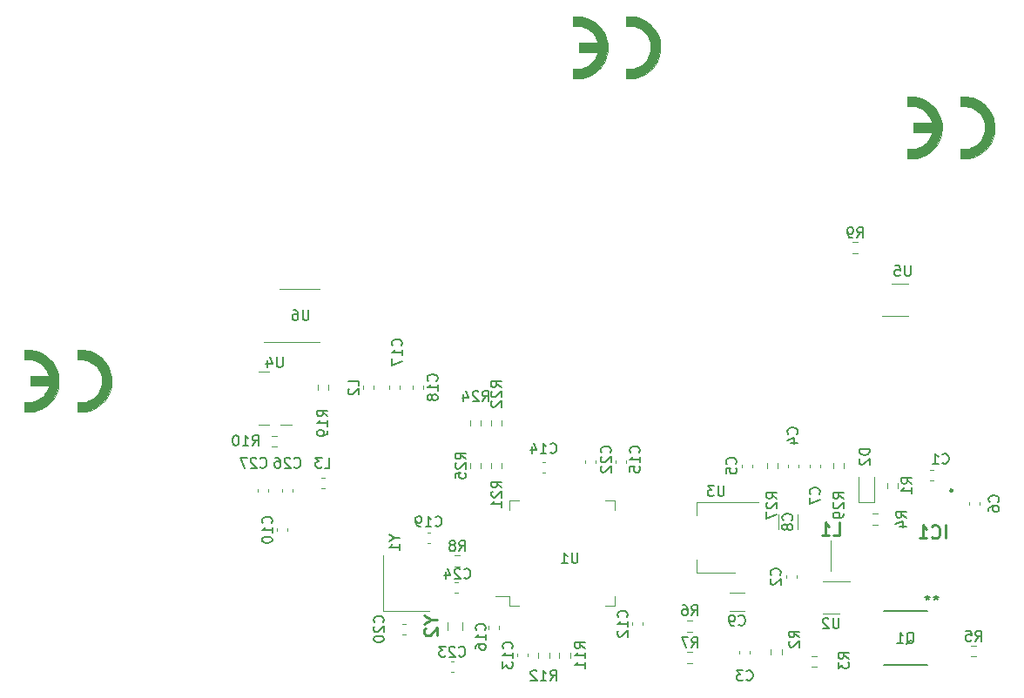
<source format=gbr>
%TF.GenerationSoftware,KiCad,Pcbnew,7.0.8*%
%TF.CreationDate,2023-11-09T11:59:46+01:00*%
%TF.ProjectId,Suspension_telemetry,53757370-656e-4736-996f-6e5f74656c65,rev?*%
%TF.SameCoordinates,Original*%
%TF.FileFunction,Legend,Bot*%
%TF.FilePolarity,Positive*%
%FSLAX46Y46*%
G04 Gerber Fmt 4.6, Leading zero omitted, Abs format (unit mm)*
G04 Created by KiCad (PCBNEW 7.0.8) date 2023-11-09 11:59:46*
%MOMM*%
%LPD*%
G01*
G04 APERTURE LIST*
%ADD10C,0.150000*%
%ADD11C,0.254000*%
%ADD12C,0.120000*%
%ADD13C,0.010000*%
%ADD14C,0.250000*%
%ADD15C,0.100000*%
%ADD16C,0.152400*%
G04 APERTURE END LIST*
D10*
X96212819Y-91813142D02*
X95736628Y-91479809D01*
X96212819Y-91241714D02*
X95212819Y-91241714D01*
X95212819Y-91241714D02*
X95212819Y-91622666D01*
X95212819Y-91622666D02*
X95260438Y-91717904D01*
X95260438Y-91717904D02*
X95308057Y-91765523D01*
X95308057Y-91765523D02*
X95403295Y-91813142D01*
X95403295Y-91813142D02*
X95546152Y-91813142D01*
X95546152Y-91813142D02*
X95641390Y-91765523D01*
X95641390Y-91765523D02*
X95689009Y-91717904D01*
X95689009Y-91717904D02*
X95736628Y-91622666D01*
X95736628Y-91622666D02*
X95736628Y-91241714D01*
X95308057Y-92194095D02*
X95260438Y-92241714D01*
X95260438Y-92241714D02*
X95212819Y-92336952D01*
X95212819Y-92336952D02*
X95212819Y-92575047D01*
X95212819Y-92575047D02*
X95260438Y-92670285D01*
X95260438Y-92670285D02*
X95308057Y-92717904D01*
X95308057Y-92717904D02*
X95403295Y-92765523D01*
X95403295Y-92765523D02*
X95498533Y-92765523D01*
X95498533Y-92765523D02*
X95641390Y-92717904D01*
X95641390Y-92717904D02*
X96212819Y-92146476D01*
X96212819Y-92146476D02*
X96212819Y-92765523D01*
X95308057Y-93146476D02*
X95260438Y-93194095D01*
X95260438Y-93194095D02*
X95212819Y-93289333D01*
X95212819Y-93289333D02*
X95212819Y-93527428D01*
X95212819Y-93527428D02*
X95260438Y-93622666D01*
X95260438Y-93622666D02*
X95308057Y-93670285D01*
X95308057Y-93670285D02*
X95403295Y-93717904D01*
X95403295Y-93717904D02*
X95498533Y-93717904D01*
X95498533Y-93717904D02*
X95641390Y-93670285D01*
X95641390Y-93670285D02*
X96212819Y-93098857D01*
X96212819Y-93098857D02*
X96212819Y-93717904D01*
X119304066Y-114883980D02*
X119351685Y-114931600D01*
X119351685Y-114931600D02*
X119494542Y-114979219D01*
X119494542Y-114979219D02*
X119589780Y-114979219D01*
X119589780Y-114979219D02*
X119732637Y-114931600D01*
X119732637Y-114931600D02*
X119827875Y-114836361D01*
X119827875Y-114836361D02*
X119875494Y-114741123D01*
X119875494Y-114741123D02*
X119923113Y-114550647D01*
X119923113Y-114550647D02*
X119923113Y-114407790D01*
X119923113Y-114407790D02*
X119875494Y-114217314D01*
X119875494Y-114217314D02*
X119827875Y-114122076D01*
X119827875Y-114122076D02*
X119732637Y-114026838D01*
X119732637Y-114026838D02*
X119589780Y-113979219D01*
X119589780Y-113979219D02*
X119494542Y-113979219D01*
X119494542Y-113979219D02*
X119351685Y-114026838D01*
X119351685Y-114026838D02*
X119304066Y-114074457D01*
X118827875Y-114979219D02*
X118637399Y-114979219D01*
X118637399Y-114979219D02*
X118542161Y-114931600D01*
X118542161Y-114931600D02*
X118494542Y-114883980D01*
X118494542Y-114883980D02*
X118399304Y-114741123D01*
X118399304Y-114741123D02*
X118351685Y-114550647D01*
X118351685Y-114550647D02*
X118351685Y-114169695D01*
X118351685Y-114169695D02*
X118399304Y-114074457D01*
X118399304Y-114074457D02*
X118446923Y-114026838D01*
X118446923Y-114026838D02*
X118542161Y-113979219D01*
X118542161Y-113979219D02*
X118732637Y-113979219D01*
X118732637Y-113979219D02*
X118827875Y-114026838D01*
X118827875Y-114026838D02*
X118875494Y-114074457D01*
X118875494Y-114074457D02*
X118923113Y-114169695D01*
X118923113Y-114169695D02*
X118923113Y-114407790D01*
X118923113Y-114407790D02*
X118875494Y-114503028D01*
X118875494Y-114503028D02*
X118827875Y-114550647D01*
X118827875Y-114550647D02*
X118732637Y-114598266D01*
X118732637Y-114598266D02*
X118542161Y-114598266D01*
X118542161Y-114598266D02*
X118446923Y-114550647D01*
X118446923Y-114550647D02*
X118399304Y-114503028D01*
X118399304Y-114503028D02*
X118351685Y-114407790D01*
X82336819Y-91654333D02*
X82336819Y-91178143D01*
X82336819Y-91178143D02*
X81336819Y-91178143D01*
X81432057Y-91940048D02*
X81384438Y-91987667D01*
X81384438Y-91987667D02*
X81336819Y-92082905D01*
X81336819Y-92082905D02*
X81336819Y-92321000D01*
X81336819Y-92321000D02*
X81384438Y-92416238D01*
X81384438Y-92416238D02*
X81432057Y-92463857D01*
X81432057Y-92463857D02*
X81527295Y-92511476D01*
X81527295Y-92511476D02*
X81622533Y-92511476D01*
X81622533Y-92511476D02*
X81765390Y-92463857D01*
X81765390Y-92463857D02*
X82336819Y-91892429D01*
X82336819Y-91892429D02*
X82336819Y-92511476D01*
X114732066Y-117134819D02*
X115065399Y-116658628D01*
X115303494Y-117134819D02*
X115303494Y-116134819D01*
X115303494Y-116134819D02*
X114922542Y-116134819D01*
X114922542Y-116134819D02*
X114827304Y-116182438D01*
X114827304Y-116182438D02*
X114779685Y-116230057D01*
X114779685Y-116230057D02*
X114732066Y-116325295D01*
X114732066Y-116325295D02*
X114732066Y-116468152D01*
X114732066Y-116468152D02*
X114779685Y-116563390D01*
X114779685Y-116563390D02*
X114827304Y-116611009D01*
X114827304Y-116611009D02*
X114922542Y-116658628D01*
X114922542Y-116658628D02*
X115303494Y-116658628D01*
X114398732Y-116134819D02*
X113732066Y-116134819D01*
X113732066Y-116134819D02*
X114160637Y-117134819D01*
X123009819Y-102634642D02*
X122533628Y-102301309D01*
X123009819Y-102063214D02*
X122009819Y-102063214D01*
X122009819Y-102063214D02*
X122009819Y-102444166D01*
X122009819Y-102444166D02*
X122057438Y-102539404D01*
X122057438Y-102539404D02*
X122105057Y-102587023D01*
X122105057Y-102587023D02*
X122200295Y-102634642D01*
X122200295Y-102634642D02*
X122343152Y-102634642D01*
X122343152Y-102634642D02*
X122438390Y-102587023D01*
X122438390Y-102587023D02*
X122486009Y-102539404D01*
X122486009Y-102539404D02*
X122533628Y-102444166D01*
X122533628Y-102444166D02*
X122533628Y-102063214D01*
X122105057Y-103015595D02*
X122057438Y-103063214D01*
X122057438Y-103063214D02*
X122009819Y-103158452D01*
X122009819Y-103158452D02*
X122009819Y-103396547D01*
X122009819Y-103396547D02*
X122057438Y-103491785D01*
X122057438Y-103491785D02*
X122105057Y-103539404D01*
X122105057Y-103539404D02*
X122200295Y-103587023D01*
X122200295Y-103587023D02*
X122295533Y-103587023D01*
X122295533Y-103587023D02*
X122438390Y-103539404D01*
X122438390Y-103539404D02*
X123009819Y-102967976D01*
X123009819Y-102967976D02*
X123009819Y-103587023D01*
X122009819Y-103920357D02*
X122009819Y-104587023D01*
X122009819Y-104587023D02*
X123009819Y-104158452D01*
X94368857Y-93164819D02*
X94702190Y-92688628D01*
X94940285Y-93164819D02*
X94940285Y-92164819D01*
X94940285Y-92164819D02*
X94559333Y-92164819D01*
X94559333Y-92164819D02*
X94464095Y-92212438D01*
X94464095Y-92212438D02*
X94416476Y-92260057D01*
X94416476Y-92260057D02*
X94368857Y-92355295D01*
X94368857Y-92355295D02*
X94368857Y-92498152D01*
X94368857Y-92498152D02*
X94416476Y-92593390D01*
X94416476Y-92593390D02*
X94464095Y-92641009D01*
X94464095Y-92641009D02*
X94559333Y-92688628D01*
X94559333Y-92688628D02*
X94940285Y-92688628D01*
X93987904Y-92260057D02*
X93940285Y-92212438D01*
X93940285Y-92212438D02*
X93845047Y-92164819D01*
X93845047Y-92164819D02*
X93606952Y-92164819D01*
X93606952Y-92164819D02*
X93511714Y-92212438D01*
X93511714Y-92212438D02*
X93464095Y-92260057D01*
X93464095Y-92260057D02*
X93416476Y-92355295D01*
X93416476Y-92355295D02*
X93416476Y-92450533D01*
X93416476Y-92450533D02*
X93464095Y-92593390D01*
X93464095Y-92593390D02*
X94035523Y-93164819D01*
X94035523Y-93164819D02*
X93416476Y-93164819D01*
X92559333Y-92498152D02*
X92559333Y-93164819D01*
X92797428Y-92117200D02*
X93035523Y-92831485D01*
X93035523Y-92831485D02*
X92416476Y-92831485D01*
X72016857Y-97482819D02*
X72350190Y-97006628D01*
X72588285Y-97482819D02*
X72588285Y-96482819D01*
X72588285Y-96482819D02*
X72207333Y-96482819D01*
X72207333Y-96482819D02*
X72112095Y-96530438D01*
X72112095Y-96530438D02*
X72064476Y-96578057D01*
X72064476Y-96578057D02*
X72016857Y-96673295D01*
X72016857Y-96673295D02*
X72016857Y-96816152D01*
X72016857Y-96816152D02*
X72064476Y-96911390D01*
X72064476Y-96911390D02*
X72112095Y-96959009D01*
X72112095Y-96959009D02*
X72207333Y-97006628D01*
X72207333Y-97006628D02*
X72588285Y-97006628D01*
X71064476Y-97482819D02*
X71635904Y-97482819D01*
X71350190Y-97482819D02*
X71350190Y-96482819D01*
X71350190Y-96482819D02*
X71445428Y-96625676D01*
X71445428Y-96625676D02*
X71540666Y-96720914D01*
X71540666Y-96720914D02*
X71635904Y-96768533D01*
X70445428Y-96482819D02*
X70350190Y-96482819D01*
X70350190Y-96482819D02*
X70254952Y-96530438D01*
X70254952Y-96530438D02*
X70207333Y-96578057D01*
X70207333Y-96578057D02*
X70159714Y-96673295D01*
X70159714Y-96673295D02*
X70112095Y-96863771D01*
X70112095Y-96863771D02*
X70112095Y-97101866D01*
X70112095Y-97101866D02*
X70159714Y-97292342D01*
X70159714Y-97292342D02*
X70207333Y-97387580D01*
X70207333Y-97387580D02*
X70254952Y-97435200D01*
X70254952Y-97435200D02*
X70350190Y-97482819D01*
X70350190Y-97482819D02*
X70445428Y-97482819D01*
X70445428Y-97482819D02*
X70540666Y-97435200D01*
X70540666Y-97435200D02*
X70588285Y-97387580D01*
X70588285Y-97387580D02*
X70635904Y-97292342D01*
X70635904Y-97292342D02*
X70683523Y-97101866D01*
X70683523Y-97101866D02*
X70683523Y-96863771D01*
X70683523Y-96863771D02*
X70635904Y-96673295D01*
X70635904Y-96673295D02*
X70588285Y-96578057D01*
X70588285Y-96578057D02*
X70540666Y-96530438D01*
X70540666Y-96530438D02*
X70445428Y-96482819D01*
D11*
X139415762Y-106492318D02*
X139415762Y-105222318D01*
X138085285Y-106371365D02*
X138145761Y-106431842D01*
X138145761Y-106431842D02*
X138327190Y-106492318D01*
X138327190Y-106492318D02*
X138448142Y-106492318D01*
X138448142Y-106492318D02*
X138629571Y-106431842D01*
X138629571Y-106431842D02*
X138750523Y-106310889D01*
X138750523Y-106310889D02*
X138811000Y-106189937D01*
X138811000Y-106189937D02*
X138871476Y-105948032D01*
X138871476Y-105948032D02*
X138871476Y-105766603D01*
X138871476Y-105766603D02*
X138811000Y-105524699D01*
X138811000Y-105524699D02*
X138750523Y-105403746D01*
X138750523Y-105403746D02*
X138629571Y-105282794D01*
X138629571Y-105282794D02*
X138448142Y-105222318D01*
X138448142Y-105222318D02*
X138327190Y-105222318D01*
X138327190Y-105222318D02*
X138145761Y-105282794D01*
X138145761Y-105282794D02*
X138085285Y-105343270D01*
X136875761Y-106492318D02*
X137601476Y-106492318D01*
X137238619Y-106492318D02*
X137238619Y-105222318D01*
X137238619Y-105222318D02*
X137359571Y-105403746D01*
X137359571Y-105403746D02*
X137480523Y-105524699D01*
X137480523Y-105524699D02*
X137601476Y-105585175D01*
D10*
X136135219Y-101179333D02*
X135659028Y-100846000D01*
X136135219Y-100607905D02*
X135135219Y-100607905D01*
X135135219Y-100607905D02*
X135135219Y-100988857D01*
X135135219Y-100988857D02*
X135182838Y-101084095D01*
X135182838Y-101084095D02*
X135230457Y-101131714D01*
X135230457Y-101131714D02*
X135325695Y-101179333D01*
X135325695Y-101179333D02*
X135468552Y-101179333D01*
X135468552Y-101179333D02*
X135563790Y-101131714D01*
X135563790Y-101131714D02*
X135611409Y-101084095D01*
X135611409Y-101084095D02*
X135659028Y-100988857D01*
X135659028Y-100988857D02*
X135659028Y-100607905D01*
X136135219Y-102131714D02*
X136135219Y-101560286D01*
X136135219Y-101846000D02*
X135135219Y-101846000D01*
X135135219Y-101846000D02*
X135278076Y-101750762D01*
X135278076Y-101750762D02*
X135373314Y-101655524D01*
X135373314Y-101655524D02*
X135420933Y-101560286D01*
X117867304Y-101380819D02*
X117867304Y-102190342D01*
X117867304Y-102190342D02*
X117819685Y-102285580D01*
X117819685Y-102285580D02*
X117772066Y-102333200D01*
X117772066Y-102333200D02*
X117676828Y-102380819D01*
X117676828Y-102380819D02*
X117486352Y-102380819D01*
X117486352Y-102380819D02*
X117391114Y-102333200D01*
X117391114Y-102333200D02*
X117343495Y-102285580D01*
X117343495Y-102285580D02*
X117295876Y-102190342D01*
X117295876Y-102190342D02*
X117295876Y-101380819D01*
X116914923Y-101380819D02*
X116295876Y-101380819D01*
X116295876Y-101380819D02*
X116629209Y-101761771D01*
X116629209Y-101761771D02*
X116486352Y-101761771D01*
X116486352Y-101761771D02*
X116391114Y-101809390D01*
X116391114Y-101809390D02*
X116343495Y-101857009D01*
X116343495Y-101857009D02*
X116295876Y-101952247D01*
X116295876Y-101952247D02*
X116295876Y-102190342D01*
X116295876Y-102190342D02*
X116343495Y-102285580D01*
X116343495Y-102285580D02*
X116391114Y-102333200D01*
X116391114Y-102333200D02*
X116486352Y-102380819D01*
X116486352Y-102380819D02*
X116772066Y-102380819D01*
X116772066Y-102380819D02*
X116867304Y-102333200D01*
X116867304Y-102333200D02*
X116914923Y-102285580D01*
X129031904Y-114262819D02*
X129031904Y-115072342D01*
X129031904Y-115072342D02*
X128984285Y-115167580D01*
X128984285Y-115167580D02*
X128936666Y-115215200D01*
X128936666Y-115215200D02*
X128841428Y-115262819D01*
X128841428Y-115262819D02*
X128650952Y-115262819D01*
X128650952Y-115262819D02*
X128555714Y-115215200D01*
X128555714Y-115215200D02*
X128508095Y-115167580D01*
X128508095Y-115167580D02*
X128460476Y-115072342D01*
X128460476Y-115072342D02*
X128460476Y-114262819D01*
X128031904Y-114358057D02*
X127984285Y-114310438D01*
X127984285Y-114310438D02*
X127889047Y-114262819D01*
X127889047Y-114262819D02*
X127650952Y-114262819D01*
X127650952Y-114262819D02*
X127555714Y-114310438D01*
X127555714Y-114310438D02*
X127508095Y-114358057D01*
X127508095Y-114358057D02*
X127460476Y-114453295D01*
X127460476Y-114453295D02*
X127460476Y-114548533D01*
X127460476Y-114548533D02*
X127508095Y-114691390D01*
X127508095Y-114691390D02*
X128079523Y-115262819D01*
X128079523Y-115262819D02*
X127460476Y-115262819D01*
X85830628Y-106457809D02*
X86306819Y-106457809D01*
X85306819Y-106124476D02*
X85830628Y-106457809D01*
X85830628Y-106457809D02*
X85306819Y-106791142D01*
X86306819Y-107648285D02*
X86306819Y-107076857D01*
X86306819Y-107362571D02*
X85306819Y-107362571D01*
X85306819Y-107362571D02*
X85449676Y-107267333D01*
X85449676Y-107267333D02*
X85544914Y-107172095D01*
X85544914Y-107172095D02*
X85592533Y-107076857D01*
X100984257Y-98149580D02*
X101031876Y-98197200D01*
X101031876Y-98197200D02*
X101174733Y-98244819D01*
X101174733Y-98244819D02*
X101269971Y-98244819D01*
X101269971Y-98244819D02*
X101412828Y-98197200D01*
X101412828Y-98197200D02*
X101508066Y-98101961D01*
X101508066Y-98101961D02*
X101555685Y-98006723D01*
X101555685Y-98006723D02*
X101603304Y-97816247D01*
X101603304Y-97816247D02*
X101603304Y-97673390D01*
X101603304Y-97673390D02*
X101555685Y-97482914D01*
X101555685Y-97482914D02*
X101508066Y-97387676D01*
X101508066Y-97387676D02*
X101412828Y-97292438D01*
X101412828Y-97292438D02*
X101269971Y-97244819D01*
X101269971Y-97244819D02*
X101174733Y-97244819D01*
X101174733Y-97244819D02*
X101031876Y-97292438D01*
X101031876Y-97292438D02*
X100984257Y-97340057D01*
X100031876Y-98244819D02*
X100603304Y-98244819D01*
X100317590Y-98244819D02*
X100317590Y-97244819D01*
X100317590Y-97244819D02*
X100412828Y-97387676D01*
X100412828Y-97387676D02*
X100508066Y-97482914D01*
X100508066Y-97482914D02*
X100603304Y-97530533D01*
X99174733Y-97578152D02*
X99174733Y-98244819D01*
X99412828Y-97197200D02*
X99650923Y-97911485D01*
X99650923Y-97911485D02*
X99031876Y-97911485D01*
D11*
X128481666Y-106238318D02*
X129086428Y-106238318D01*
X129086428Y-106238318D02*
X129086428Y-104968318D01*
X127393094Y-106238318D02*
X128118809Y-106238318D01*
X127755952Y-106238318D02*
X127755952Y-104968318D01*
X127755952Y-104968318D02*
X127876904Y-105149746D01*
X127876904Y-105149746D02*
X127997856Y-105270699D01*
X127997856Y-105270699D02*
X128118809Y-105331175D01*
D10*
X108414980Y-114165142D02*
X108462600Y-114117523D01*
X108462600Y-114117523D02*
X108510219Y-113974666D01*
X108510219Y-113974666D02*
X108510219Y-113879428D01*
X108510219Y-113879428D02*
X108462600Y-113736571D01*
X108462600Y-113736571D02*
X108367361Y-113641333D01*
X108367361Y-113641333D02*
X108272123Y-113593714D01*
X108272123Y-113593714D02*
X108081647Y-113546095D01*
X108081647Y-113546095D02*
X107938790Y-113546095D01*
X107938790Y-113546095D02*
X107748314Y-113593714D01*
X107748314Y-113593714D02*
X107653076Y-113641333D01*
X107653076Y-113641333D02*
X107557838Y-113736571D01*
X107557838Y-113736571D02*
X107510219Y-113879428D01*
X107510219Y-113879428D02*
X107510219Y-113974666D01*
X107510219Y-113974666D02*
X107557838Y-114117523D01*
X107557838Y-114117523D02*
X107605457Y-114165142D01*
X108510219Y-115117523D02*
X108510219Y-114546095D01*
X108510219Y-114831809D02*
X107510219Y-114831809D01*
X107510219Y-114831809D02*
X107653076Y-114736571D01*
X107653076Y-114736571D02*
X107748314Y-114641333D01*
X107748314Y-114641333D02*
X107795933Y-114546095D01*
X107605457Y-115498476D02*
X107557838Y-115546095D01*
X107557838Y-115546095D02*
X107510219Y-115641333D01*
X107510219Y-115641333D02*
X107510219Y-115879428D01*
X107510219Y-115879428D02*
X107557838Y-115974666D01*
X107557838Y-115974666D02*
X107605457Y-116022285D01*
X107605457Y-116022285D02*
X107700695Y-116069904D01*
X107700695Y-116069904D02*
X107795933Y-116069904D01*
X107795933Y-116069904D02*
X107938790Y-116022285D01*
X107938790Y-116022285D02*
X108510219Y-115450857D01*
X108510219Y-115450857D02*
X108510219Y-116069904D01*
X124449980Y-104735333D02*
X124497600Y-104687714D01*
X124497600Y-104687714D02*
X124545219Y-104544857D01*
X124545219Y-104544857D02*
X124545219Y-104449619D01*
X124545219Y-104449619D02*
X124497600Y-104306762D01*
X124497600Y-104306762D02*
X124402361Y-104211524D01*
X124402361Y-104211524D02*
X124307123Y-104163905D01*
X124307123Y-104163905D02*
X124116647Y-104116286D01*
X124116647Y-104116286D02*
X123973790Y-104116286D01*
X123973790Y-104116286D02*
X123783314Y-104163905D01*
X123783314Y-104163905D02*
X123688076Y-104211524D01*
X123688076Y-104211524D02*
X123592838Y-104306762D01*
X123592838Y-104306762D02*
X123545219Y-104449619D01*
X123545219Y-104449619D02*
X123545219Y-104544857D01*
X123545219Y-104544857D02*
X123592838Y-104687714D01*
X123592838Y-104687714D02*
X123640457Y-104735333D01*
X123973790Y-105306762D02*
X123926171Y-105211524D01*
X123926171Y-105211524D02*
X123878552Y-105163905D01*
X123878552Y-105163905D02*
X123783314Y-105116286D01*
X123783314Y-105116286D02*
X123735695Y-105116286D01*
X123735695Y-105116286D02*
X123640457Y-105163905D01*
X123640457Y-105163905D02*
X123592838Y-105211524D01*
X123592838Y-105211524D02*
X123545219Y-105306762D01*
X123545219Y-105306762D02*
X123545219Y-105497238D01*
X123545219Y-105497238D02*
X123592838Y-105592476D01*
X123592838Y-105592476D02*
X123640457Y-105640095D01*
X123640457Y-105640095D02*
X123735695Y-105687714D01*
X123735695Y-105687714D02*
X123783314Y-105687714D01*
X123783314Y-105687714D02*
X123878552Y-105640095D01*
X123878552Y-105640095D02*
X123926171Y-105592476D01*
X123926171Y-105592476D02*
X123973790Y-105497238D01*
X123973790Y-105497238D02*
X123973790Y-105306762D01*
X123973790Y-105306762D02*
X124021409Y-105211524D01*
X124021409Y-105211524D02*
X124069028Y-105163905D01*
X124069028Y-105163905D02*
X124164266Y-105116286D01*
X124164266Y-105116286D02*
X124354742Y-105116286D01*
X124354742Y-105116286D02*
X124449980Y-105163905D01*
X124449980Y-105163905D02*
X124497600Y-105211524D01*
X124497600Y-105211524D02*
X124545219Y-105306762D01*
X124545219Y-105306762D02*
X124545219Y-105497238D01*
X124545219Y-105497238D02*
X124497600Y-105592476D01*
X124497600Y-105592476D02*
X124449980Y-105640095D01*
X124449980Y-105640095D02*
X124354742Y-105687714D01*
X124354742Y-105687714D02*
X124164266Y-105687714D01*
X124164266Y-105687714D02*
X124069028Y-105640095D01*
X124069028Y-105640095D02*
X124021409Y-105592476D01*
X124021409Y-105592476D02*
X123973790Y-105497238D01*
X77469904Y-84290819D02*
X77469904Y-85100342D01*
X77469904Y-85100342D02*
X77422285Y-85195580D01*
X77422285Y-85195580D02*
X77374666Y-85243200D01*
X77374666Y-85243200D02*
X77279428Y-85290819D01*
X77279428Y-85290819D02*
X77088952Y-85290819D01*
X77088952Y-85290819D02*
X76993714Y-85243200D01*
X76993714Y-85243200D02*
X76946095Y-85195580D01*
X76946095Y-85195580D02*
X76898476Y-85100342D01*
X76898476Y-85100342D02*
X76898476Y-84290819D01*
X75993714Y-84290819D02*
X76184190Y-84290819D01*
X76184190Y-84290819D02*
X76279428Y-84338438D01*
X76279428Y-84338438D02*
X76327047Y-84386057D01*
X76327047Y-84386057D02*
X76422285Y-84528914D01*
X76422285Y-84528914D02*
X76469904Y-84719390D01*
X76469904Y-84719390D02*
X76469904Y-85100342D01*
X76469904Y-85100342D02*
X76422285Y-85195580D01*
X76422285Y-85195580D02*
X76374666Y-85243200D01*
X76374666Y-85243200D02*
X76279428Y-85290819D01*
X76279428Y-85290819D02*
X76088952Y-85290819D01*
X76088952Y-85290819D02*
X75993714Y-85243200D01*
X75993714Y-85243200D02*
X75946095Y-85195580D01*
X75946095Y-85195580D02*
X75898476Y-85100342D01*
X75898476Y-85100342D02*
X75898476Y-84862247D01*
X75898476Y-84862247D02*
X75946095Y-84767009D01*
X75946095Y-84767009D02*
X75993714Y-84719390D01*
X75993714Y-84719390D02*
X76088952Y-84671771D01*
X76088952Y-84671771D02*
X76279428Y-84671771D01*
X76279428Y-84671771D02*
X76374666Y-84719390D01*
X76374666Y-84719390D02*
X76422285Y-84767009D01*
X76422285Y-84767009D02*
X76469904Y-84862247D01*
X125180219Y-116134333D02*
X124704028Y-115801000D01*
X125180219Y-115562905D02*
X124180219Y-115562905D01*
X124180219Y-115562905D02*
X124180219Y-115943857D01*
X124180219Y-115943857D02*
X124227838Y-116039095D01*
X124227838Y-116039095D02*
X124275457Y-116086714D01*
X124275457Y-116086714D02*
X124370695Y-116134333D01*
X124370695Y-116134333D02*
X124513552Y-116134333D01*
X124513552Y-116134333D02*
X124608790Y-116086714D01*
X124608790Y-116086714D02*
X124656409Y-116039095D01*
X124656409Y-116039095D02*
X124704028Y-115943857D01*
X124704028Y-115943857D02*
X124704028Y-115562905D01*
X124275457Y-116515286D02*
X124227838Y-116562905D01*
X124227838Y-116562905D02*
X124180219Y-116658143D01*
X124180219Y-116658143D02*
X124180219Y-116896238D01*
X124180219Y-116896238D02*
X124227838Y-116991476D01*
X124227838Y-116991476D02*
X124275457Y-117039095D01*
X124275457Y-117039095D02*
X124370695Y-117086714D01*
X124370695Y-117086714D02*
X124465933Y-117086714D01*
X124465933Y-117086714D02*
X124608790Y-117039095D01*
X124608790Y-117039095D02*
X125180219Y-116467667D01*
X125180219Y-116467667D02*
X125180219Y-117086714D01*
X139104666Y-99165580D02*
X139152285Y-99213200D01*
X139152285Y-99213200D02*
X139295142Y-99260819D01*
X139295142Y-99260819D02*
X139390380Y-99260819D01*
X139390380Y-99260819D02*
X139533237Y-99213200D01*
X139533237Y-99213200D02*
X139628475Y-99117961D01*
X139628475Y-99117961D02*
X139676094Y-99022723D01*
X139676094Y-99022723D02*
X139723713Y-98832247D01*
X139723713Y-98832247D02*
X139723713Y-98689390D01*
X139723713Y-98689390D02*
X139676094Y-98498914D01*
X139676094Y-98498914D02*
X139628475Y-98403676D01*
X139628475Y-98403676D02*
X139533237Y-98308438D01*
X139533237Y-98308438D02*
X139390380Y-98260819D01*
X139390380Y-98260819D02*
X139295142Y-98260819D01*
X139295142Y-98260819D02*
X139152285Y-98308438D01*
X139152285Y-98308438D02*
X139104666Y-98356057D01*
X138152285Y-99260819D02*
X138723713Y-99260819D01*
X138437999Y-99260819D02*
X138437999Y-98260819D01*
X138437999Y-98260819D02*
X138533237Y-98403676D01*
X138533237Y-98403676D02*
X138628475Y-98498914D01*
X138628475Y-98498914D02*
X138723713Y-98546533D01*
X89927580Y-91178142D02*
X89975200Y-91130523D01*
X89975200Y-91130523D02*
X90022819Y-90987666D01*
X90022819Y-90987666D02*
X90022819Y-90892428D01*
X90022819Y-90892428D02*
X89975200Y-90749571D01*
X89975200Y-90749571D02*
X89879961Y-90654333D01*
X89879961Y-90654333D02*
X89784723Y-90606714D01*
X89784723Y-90606714D02*
X89594247Y-90559095D01*
X89594247Y-90559095D02*
X89451390Y-90559095D01*
X89451390Y-90559095D02*
X89260914Y-90606714D01*
X89260914Y-90606714D02*
X89165676Y-90654333D01*
X89165676Y-90654333D02*
X89070438Y-90749571D01*
X89070438Y-90749571D02*
X89022819Y-90892428D01*
X89022819Y-90892428D02*
X89022819Y-90987666D01*
X89022819Y-90987666D02*
X89070438Y-91130523D01*
X89070438Y-91130523D02*
X89118057Y-91178142D01*
X90022819Y-92130523D02*
X90022819Y-91559095D01*
X90022819Y-91844809D02*
X89022819Y-91844809D01*
X89022819Y-91844809D02*
X89165676Y-91749571D01*
X89165676Y-91749571D02*
X89260914Y-91654333D01*
X89260914Y-91654333D02*
X89308533Y-91559095D01*
X89451390Y-92701952D02*
X89403771Y-92606714D01*
X89403771Y-92606714D02*
X89356152Y-92559095D01*
X89356152Y-92559095D02*
X89260914Y-92511476D01*
X89260914Y-92511476D02*
X89213295Y-92511476D01*
X89213295Y-92511476D02*
X89118057Y-92559095D01*
X89118057Y-92559095D02*
X89070438Y-92606714D01*
X89070438Y-92606714D02*
X89022819Y-92701952D01*
X89022819Y-92701952D02*
X89022819Y-92892428D01*
X89022819Y-92892428D02*
X89070438Y-92987666D01*
X89070438Y-92987666D02*
X89118057Y-93035285D01*
X89118057Y-93035285D02*
X89213295Y-93082904D01*
X89213295Y-93082904D02*
X89260914Y-93082904D01*
X89260914Y-93082904D02*
X89356152Y-93035285D01*
X89356152Y-93035285D02*
X89403771Y-92987666D01*
X89403771Y-92987666D02*
X89451390Y-92892428D01*
X89451390Y-92892428D02*
X89451390Y-92701952D01*
X89451390Y-92701952D02*
X89499009Y-92606714D01*
X89499009Y-92606714D02*
X89546628Y-92559095D01*
X89546628Y-92559095D02*
X89641866Y-92511476D01*
X89641866Y-92511476D02*
X89832342Y-92511476D01*
X89832342Y-92511476D02*
X89927580Y-92559095D01*
X89927580Y-92559095D02*
X89975200Y-92606714D01*
X89975200Y-92606714D02*
X90022819Y-92701952D01*
X90022819Y-92701952D02*
X90022819Y-92892428D01*
X90022819Y-92892428D02*
X89975200Y-92987666D01*
X89975200Y-92987666D02*
X89927580Y-93035285D01*
X89927580Y-93035285D02*
X89832342Y-93082904D01*
X89832342Y-93082904D02*
X89641866Y-93082904D01*
X89641866Y-93082904D02*
X89546628Y-93035285D01*
X89546628Y-93035285D02*
X89499009Y-92987666D01*
X89499009Y-92987666D02*
X89451390Y-92892428D01*
X132026819Y-97813905D02*
X131026819Y-97813905D01*
X131026819Y-97813905D02*
X131026819Y-98052000D01*
X131026819Y-98052000D02*
X131074438Y-98194857D01*
X131074438Y-98194857D02*
X131169676Y-98290095D01*
X131169676Y-98290095D02*
X131264914Y-98337714D01*
X131264914Y-98337714D02*
X131455390Y-98385333D01*
X131455390Y-98385333D02*
X131598247Y-98385333D01*
X131598247Y-98385333D02*
X131788723Y-98337714D01*
X131788723Y-98337714D02*
X131883961Y-98290095D01*
X131883961Y-98290095D02*
X131979200Y-98194857D01*
X131979200Y-98194857D02*
X132026819Y-98052000D01*
X132026819Y-98052000D02*
X132026819Y-97813905D01*
X131122057Y-98766286D02*
X131074438Y-98813905D01*
X131074438Y-98813905D02*
X131026819Y-98909143D01*
X131026819Y-98909143D02*
X131026819Y-99147238D01*
X131026819Y-99147238D02*
X131074438Y-99242476D01*
X131074438Y-99242476D02*
X131122057Y-99290095D01*
X131122057Y-99290095D02*
X131217295Y-99337714D01*
X131217295Y-99337714D02*
X131312533Y-99337714D01*
X131312533Y-99337714D02*
X131455390Y-99290095D01*
X131455390Y-99290095D02*
X132026819Y-98718667D01*
X132026819Y-98718667D02*
X132026819Y-99337714D01*
D11*
X89388956Y-114457238D02*
X89993718Y-114457238D01*
X88723718Y-114033905D02*
X89388956Y-114457238D01*
X89388956Y-114457238D02*
X88723718Y-114880572D01*
X88844670Y-115243428D02*
X88784194Y-115303904D01*
X88784194Y-115303904D02*
X88723718Y-115424857D01*
X88723718Y-115424857D02*
X88723718Y-115727238D01*
X88723718Y-115727238D02*
X88784194Y-115848190D01*
X88784194Y-115848190D02*
X88844670Y-115908666D01*
X88844670Y-115908666D02*
X88965622Y-115969143D01*
X88965622Y-115969143D02*
X89086575Y-115969143D01*
X89086575Y-115969143D02*
X89268003Y-115908666D01*
X89268003Y-115908666D02*
X89993718Y-115182952D01*
X89993718Y-115182952D02*
X89993718Y-115969143D01*
D10*
X92602257Y-110341580D02*
X92649876Y-110389200D01*
X92649876Y-110389200D02*
X92792733Y-110436819D01*
X92792733Y-110436819D02*
X92887971Y-110436819D01*
X92887971Y-110436819D02*
X93030828Y-110389200D01*
X93030828Y-110389200D02*
X93126066Y-110293961D01*
X93126066Y-110293961D02*
X93173685Y-110198723D01*
X93173685Y-110198723D02*
X93221304Y-110008247D01*
X93221304Y-110008247D02*
X93221304Y-109865390D01*
X93221304Y-109865390D02*
X93173685Y-109674914D01*
X93173685Y-109674914D02*
X93126066Y-109579676D01*
X93126066Y-109579676D02*
X93030828Y-109484438D01*
X93030828Y-109484438D02*
X92887971Y-109436819D01*
X92887971Y-109436819D02*
X92792733Y-109436819D01*
X92792733Y-109436819D02*
X92649876Y-109484438D01*
X92649876Y-109484438D02*
X92602257Y-109532057D01*
X92221304Y-109532057D02*
X92173685Y-109484438D01*
X92173685Y-109484438D02*
X92078447Y-109436819D01*
X92078447Y-109436819D02*
X91840352Y-109436819D01*
X91840352Y-109436819D02*
X91745114Y-109484438D01*
X91745114Y-109484438D02*
X91697495Y-109532057D01*
X91697495Y-109532057D02*
X91649876Y-109627295D01*
X91649876Y-109627295D02*
X91649876Y-109722533D01*
X91649876Y-109722533D02*
X91697495Y-109865390D01*
X91697495Y-109865390D02*
X92268923Y-110436819D01*
X92268923Y-110436819D02*
X91649876Y-110436819D01*
X90792733Y-109770152D02*
X90792733Y-110436819D01*
X91030828Y-109389200D02*
X91268923Y-110103485D01*
X91268923Y-110103485D02*
X90649876Y-110103485D01*
X144515980Y-102957333D02*
X144563600Y-102909714D01*
X144563600Y-102909714D02*
X144611219Y-102766857D01*
X144611219Y-102766857D02*
X144611219Y-102671619D01*
X144611219Y-102671619D02*
X144563600Y-102528762D01*
X144563600Y-102528762D02*
X144468361Y-102433524D01*
X144468361Y-102433524D02*
X144373123Y-102385905D01*
X144373123Y-102385905D02*
X144182647Y-102338286D01*
X144182647Y-102338286D02*
X144039790Y-102338286D01*
X144039790Y-102338286D02*
X143849314Y-102385905D01*
X143849314Y-102385905D02*
X143754076Y-102433524D01*
X143754076Y-102433524D02*
X143658838Y-102528762D01*
X143658838Y-102528762D02*
X143611219Y-102671619D01*
X143611219Y-102671619D02*
X143611219Y-102766857D01*
X143611219Y-102766857D02*
X143658838Y-102909714D01*
X143658838Y-102909714D02*
X143706457Y-102957333D01*
X143611219Y-103814476D02*
X143611219Y-103624000D01*
X143611219Y-103624000D02*
X143658838Y-103528762D01*
X143658838Y-103528762D02*
X143706457Y-103481143D01*
X143706457Y-103481143D02*
X143849314Y-103385905D01*
X143849314Y-103385905D02*
X144039790Y-103338286D01*
X144039790Y-103338286D02*
X144420742Y-103338286D01*
X144420742Y-103338286D02*
X144515980Y-103385905D01*
X144515980Y-103385905D02*
X144563600Y-103433524D01*
X144563600Y-103433524D02*
X144611219Y-103528762D01*
X144611219Y-103528762D02*
X144611219Y-103719238D01*
X144611219Y-103719238D02*
X144563600Y-103814476D01*
X144563600Y-103814476D02*
X144515980Y-103862095D01*
X144515980Y-103862095D02*
X144420742Y-103909714D01*
X144420742Y-103909714D02*
X144182647Y-103909714D01*
X144182647Y-103909714D02*
X144087409Y-103862095D01*
X144087409Y-103862095D02*
X144039790Y-103814476D01*
X144039790Y-103814476D02*
X143992171Y-103719238D01*
X143992171Y-103719238D02*
X143992171Y-103528762D01*
X143992171Y-103528762D02*
X144039790Y-103433524D01*
X144039790Y-103433524D02*
X144087409Y-103385905D01*
X144087409Y-103385905D02*
X144182647Y-103338286D01*
X123295580Y-110069333D02*
X123343200Y-110021714D01*
X123343200Y-110021714D02*
X123390819Y-109878857D01*
X123390819Y-109878857D02*
X123390819Y-109783619D01*
X123390819Y-109783619D02*
X123343200Y-109640762D01*
X123343200Y-109640762D02*
X123247961Y-109545524D01*
X123247961Y-109545524D02*
X123152723Y-109497905D01*
X123152723Y-109497905D02*
X122962247Y-109450286D01*
X122962247Y-109450286D02*
X122819390Y-109450286D01*
X122819390Y-109450286D02*
X122628914Y-109497905D01*
X122628914Y-109497905D02*
X122533676Y-109545524D01*
X122533676Y-109545524D02*
X122438438Y-109640762D01*
X122438438Y-109640762D02*
X122390819Y-109783619D01*
X122390819Y-109783619D02*
X122390819Y-109878857D01*
X122390819Y-109878857D02*
X122438438Y-110021714D01*
X122438438Y-110021714D02*
X122486057Y-110069333D01*
X122486057Y-110450286D02*
X122438438Y-110497905D01*
X122438438Y-110497905D02*
X122390819Y-110593143D01*
X122390819Y-110593143D02*
X122390819Y-110831238D01*
X122390819Y-110831238D02*
X122438438Y-110926476D01*
X122438438Y-110926476D02*
X122486057Y-110974095D01*
X122486057Y-110974095D02*
X122581295Y-111021714D01*
X122581295Y-111021714D02*
X122676533Y-111021714D01*
X122676533Y-111021714D02*
X122819390Y-110974095D01*
X122819390Y-110974095D02*
X123390819Y-110402667D01*
X123390819Y-110402667D02*
X123390819Y-111021714D01*
X135594219Y-104481333D02*
X135118028Y-104148000D01*
X135594219Y-103909905D02*
X134594219Y-103909905D01*
X134594219Y-103909905D02*
X134594219Y-104290857D01*
X134594219Y-104290857D02*
X134641838Y-104386095D01*
X134641838Y-104386095D02*
X134689457Y-104433714D01*
X134689457Y-104433714D02*
X134784695Y-104481333D01*
X134784695Y-104481333D02*
X134927552Y-104481333D01*
X134927552Y-104481333D02*
X135022790Y-104433714D01*
X135022790Y-104433714D02*
X135070409Y-104386095D01*
X135070409Y-104386095D02*
X135118028Y-104290857D01*
X135118028Y-104290857D02*
X135118028Y-103909905D01*
X134927552Y-105338476D02*
X135594219Y-105338476D01*
X134546600Y-105100381D02*
X135260885Y-104862286D01*
X135260885Y-104862286D02*
X135260885Y-105481333D01*
X79019666Y-99641819D02*
X79495856Y-99641819D01*
X79495856Y-99641819D02*
X79495856Y-98641819D01*
X78781570Y-98641819D02*
X78162523Y-98641819D01*
X78162523Y-98641819D02*
X78495856Y-99022771D01*
X78495856Y-99022771D02*
X78352999Y-99022771D01*
X78352999Y-99022771D02*
X78257761Y-99070390D01*
X78257761Y-99070390D02*
X78210142Y-99118009D01*
X78210142Y-99118009D02*
X78162523Y-99213247D01*
X78162523Y-99213247D02*
X78162523Y-99451342D01*
X78162523Y-99451342D02*
X78210142Y-99546580D01*
X78210142Y-99546580D02*
X78257761Y-99594200D01*
X78257761Y-99594200D02*
X78352999Y-99641819D01*
X78352999Y-99641819D02*
X78638713Y-99641819D01*
X78638713Y-99641819D02*
X78733951Y-99594200D01*
X78733951Y-99594200D02*
X78781570Y-99546580D01*
X97238980Y-117213142D02*
X97286600Y-117165523D01*
X97286600Y-117165523D02*
X97334219Y-117022666D01*
X97334219Y-117022666D02*
X97334219Y-116927428D01*
X97334219Y-116927428D02*
X97286600Y-116784571D01*
X97286600Y-116784571D02*
X97191361Y-116689333D01*
X97191361Y-116689333D02*
X97096123Y-116641714D01*
X97096123Y-116641714D02*
X96905647Y-116594095D01*
X96905647Y-116594095D02*
X96762790Y-116594095D01*
X96762790Y-116594095D02*
X96572314Y-116641714D01*
X96572314Y-116641714D02*
X96477076Y-116689333D01*
X96477076Y-116689333D02*
X96381838Y-116784571D01*
X96381838Y-116784571D02*
X96334219Y-116927428D01*
X96334219Y-116927428D02*
X96334219Y-117022666D01*
X96334219Y-117022666D02*
X96381838Y-117165523D01*
X96381838Y-117165523D02*
X96429457Y-117213142D01*
X97334219Y-118165523D02*
X97334219Y-117594095D01*
X97334219Y-117879809D02*
X96334219Y-117879809D01*
X96334219Y-117879809D02*
X96477076Y-117784571D01*
X96477076Y-117784571D02*
X96572314Y-117689333D01*
X96572314Y-117689333D02*
X96619933Y-117594095D01*
X96334219Y-118498857D02*
X96334219Y-119117904D01*
X96334219Y-119117904D02*
X96715171Y-118784571D01*
X96715171Y-118784571D02*
X96715171Y-118927428D01*
X96715171Y-118927428D02*
X96762790Y-119022666D01*
X96762790Y-119022666D02*
X96810409Y-119070285D01*
X96810409Y-119070285D02*
X96905647Y-119117904D01*
X96905647Y-119117904D02*
X97143742Y-119117904D01*
X97143742Y-119117904D02*
X97238980Y-119070285D01*
X97238980Y-119070285D02*
X97286600Y-119022666D01*
X97286600Y-119022666D02*
X97334219Y-118927428D01*
X97334219Y-118927428D02*
X97334219Y-118641714D01*
X97334219Y-118641714D02*
X97286600Y-118546476D01*
X97286600Y-118546476D02*
X97238980Y-118498857D01*
X92750819Y-98774642D02*
X92274628Y-98441309D01*
X92750819Y-98203214D02*
X91750819Y-98203214D01*
X91750819Y-98203214D02*
X91750819Y-98584166D01*
X91750819Y-98584166D02*
X91798438Y-98679404D01*
X91798438Y-98679404D02*
X91846057Y-98727023D01*
X91846057Y-98727023D02*
X91941295Y-98774642D01*
X91941295Y-98774642D02*
X92084152Y-98774642D01*
X92084152Y-98774642D02*
X92179390Y-98727023D01*
X92179390Y-98727023D02*
X92227009Y-98679404D01*
X92227009Y-98679404D02*
X92274628Y-98584166D01*
X92274628Y-98584166D02*
X92274628Y-98203214D01*
X91846057Y-99155595D02*
X91798438Y-99203214D01*
X91798438Y-99203214D02*
X91750819Y-99298452D01*
X91750819Y-99298452D02*
X91750819Y-99536547D01*
X91750819Y-99536547D02*
X91798438Y-99631785D01*
X91798438Y-99631785D02*
X91846057Y-99679404D01*
X91846057Y-99679404D02*
X91941295Y-99727023D01*
X91941295Y-99727023D02*
X92036533Y-99727023D01*
X92036533Y-99727023D02*
X92179390Y-99679404D01*
X92179390Y-99679404D02*
X92750819Y-99107976D01*
X92750819Y-99107976D02*
X92750819Y-99727023D01*
X91750819Y-100631785D02*
X91750819Y-100155595D01*
X91750819Y-100155595D02*
X92227009Y-100107976D01*
X92227009Y-100107976D02*
X92179390Y-100155595D01*
X92179390Y-100155595D02*
X92131771Y-100250833D01*
X92131771Y-100250833D02*
X92131771Y-100488928D01*
X92131771Y-100488928D02*
X92179390Y-100584166D01*
X92179390Y-100584166D02*
X92227009Y-100631785D01*
X92227009Y-100631785D02*
X92322247Y-100679404D01*
X92322247Y-100679404D02*
X92560342Y-100679404D01*
X92560342Y-100679404D02*
X92655580Y-100631785D01*
X92655580Y-100631785D02*
X92703200Y-100584166D01*
X92703200Y-100584166D02*
X92750819Y-100488928D01*
X92750819Y-100488928D02*
X92750819Y-100250833D01*
X92750819Y-100250833D02*
X92703200Y-100155595D01*
X92703200Y-100155595D02*
X92655580Y-100107976D01*
X103643304Y-107912819D02*
X103643304Y-108722342D01*
X103643304Y-108722342D02*
X103595685Y-108817580D01*
X103595685Y-108817580D02*
X103548066Y-108865200D01*
X103548066Y-108865200D02*
X103452828Y-108912819D01*
X103452828Y-108912819D02*
X103262352Y-108912819D01*
X103262352Y-108912819D02*
X103167114Y-108865200D01*
X103167114Y-108865200D02*
X103119495Y-108817580D01*
X103119495Y-108817580D02*
X103071876Y-108722342D01*
X103071876Y-108722342D02*
X103071876Y-107912819D01*
X102071876Y-108912819D02*
X102643304Y-108912819D01*
X102357590Y-108912819D02*
X102357590Y-107912819D01*
X102357590Y-107912819D02*
X102452828Y-108055676D01*
X102452828Y-108055676D02*
X102548066Y-108150914D01*
X102548066Y-108150914D02*
X102643304Y-108198533D01*
X129486819Y-102634642D02*
X129010628Y-102301309D01*
X129486819Y-102063214D02*
X128486819Y-102063214D01*
X128486819Y-102063214D02*
X128486819Y-102444166D01*
X128486819Y-102444166D02*
X128534438Y-102539404D01*
X128534438Y-102539404D02*
X128582057Y-102587023D01*
X128582057Y-102587023D02*
X128677295Y-102634642D01*
X128677295Y-102634642D02*
X128820152Y-102634642D01*
X128820152Y-102634642D02*
X128915390Y-102587023D01*
X128915390Y-102587023D02*
X128963009Y-102539404D01*
X128963009Y-102539404D02*
X129010628Y-102444166D01*
X129010628Y-102444166D02*
X129010628Y-102063214D01*
X128582057Y-103015595D02*
X128534438Y-103063214D01*
X128534438Y-103063214D02*
X128486819Y-103158452D01*
X128486819Y-103158452D02*
X128486819Y-103396547D01*
X128486819Y-103396547D02*
X128534438Y-103491785D01*
X128534438Y-103491785D02*
X128582057Y-103539404D01*
X128582057Y-103539404D02*
X128677295Y-103587023D01*
X128677295Y-103587023D02*
X128772533Y-103587023D01*
X128772533Y-103587023D02*
X128915390Y-103539404D01*
X128915390Y-103539404D02*
X129486819Y-102967976D01*
X129486819Y-102967976D02*
X129486819Y-103587023D01*
X129486819Y-104063214D02*
X129486819Y-104253690D01*
X129486819Y-104253690D02*
X129439200Y-104348928D01*
X129439200Y-104348928D02*
X129391580Y-104396547D01*
X129391580Y-104396547D02*
X129248723Y-104491785D01*
X129248723Y-104491785D02*
X129058247Y-104539404D01*
X129058247Y-104539404D02*
X128677295Y-104539404D01*
X128677295Y-104539404D02*
X128582057Y-104491785D01*
X128582057Y-104491785D02*
X128534438Y-104444166D01*
X128534438Y-104444166D02*
X128486819Y-104348928D01*
X128486819Y-104348928D02*
X128486819Y-104158452D01*
X128486819Y-104158452D02*
X128534438Y-104063214D01*
X128534438Y-104063214D02*
X128582057Y-104015595D01*
X128582057Y-104015595D02*
X128677295Y-103967976D01*
X128677295Y-103967976D02*
X128915390Y-103967976D01*
X128915390Y-103967976D02*
X129010628Y-104015595D01*
X129010628Y-104015595D02*
X129058247Y-104063214D01*
X129058247Y-104063214D02*
X129105866Y-104158452D01*
X129105866Y-104158452D02*
X129105866Y-104348928D01*
X129105866Y-104348928D02*
X129058247Y-104444166D01*
X129058247Y-104444166D02*
X129010628Y-104491785D01*
X129010628Y-104491785D02*
X128915390Y-104539404D01*
X109612580Y-98163142D02*
X109660200Y-98115523D01*
X109660200Y-98115523D02*
X109707819Y-97972666D01*
X109707819Y-97972666D02*
X109707819Y-97877428D01*
X109707819Y-97877428D02*
X109660200Y-97734571D01*
X109660200Y-97734571D02*
X109564961Y-97639333D01*
X109564961Y-97639333D02*
X109469723Y-97591714D01*
X109469723Y-97591714D02*
X109279247Y-97544095D01*
X109279247Y-97544095D02*
X109136390Y-97544095D01*
X109136390Y-97544095D02*
X108945914Y-97591714D01*
X108945914Y-97591714D02*
X108850676Y-97639333D01*
X108850676Y-97639333D02*
X108755438Y-97734571D01*
X108755438Y-97734571D02*
X108707819Y-97877428D01*
X108707819Y-97877428D02*
X108707819Y-97972666D01*
X108707819Y-97972666D02*
X108755438Y-98115523D01*
X108755438Y-98115523D02*
X108803057Y-98163142D01*
X109707819Y-99115523D02*
X109707819Y-98544095D01*
X109707819Y-98829809D02*
X108707819Y-98829809D01*
X108707819Y-98829809D02*
X108850676Y-98734571D01*
X108850676Y-98734571D02*
X108945914Y-98639333D01*
X108945914Y-98639333D02*
X108993533Y-98544095D01*
X108707819Y-100020285D02*
X108707819Y-99544095D01*
X108707819Y-99544095D02*
X109184009Y-99496476D01*
X109184009Y-99496476D02*
X109136390Y-99544095D01*
X109136390Y-99544095D02*
X109088771Y-99639333D01*
X109088771Y-99639333D02*
X109088771Y-99877428D01*
X109088771Y-99877428D02*
X109136390Y-99972666D01*
X109136390Y-99972666D02*
X109184009Y-100020285D01*
X109184009Y-100020285D02*
X109279247Y-100067904D01*
X109279247Y-100067904D02*
X109517342Y-100067904D01*
X109517342Y-100067904D02*
X109612580Y-100020285D01*
X109612580Y-100020285D02*
X109660200Y-99972666D01*
X109660200Y-99972666D02*
X109707819Y-99877428D01*
X109707819Y-99877428D02*
X109707819Y-99639333D01*
X109707819Y-99639333D02*
X109660200Y-99544095D01*
X109660200Y-99544095D02*
X109612580Y-99496476D01*
X129994819Y-118197333D02*
X129518628Y-117864000D01*
X129994819Y-117625905D02*
X128994819Y-117625905D01*
X128994819Y-117625905D02*
X128994819Y-118006857D01*
X128994819Y-118006857D02*
X129042438Y-118102095D01*
X129042438Y-118102095D02*
X129090057Y-118149714D01*
X129090057Y-118149714D02*
X129185295Y-118197333D01*
X129185295Y-118197333D02*
X129328152Y-118197333D01*
X129328152Y-118197333D02*
X129423390Y-118149714D01*
X129423390Y-118149714D02*
X129471009Y-118102095D01*
X129471009Y-118102095D02*
X129518628Y-118006857D01*
X129518628Y-118006857D02*
X129518628Y-117625905D01*
X128994819Y-118530667D02*
X128994819Y-119149714D01*
X128994819Y-119149714D02*
X129375771Y-118816381D01*
X129375771Y-118816381D02*
X129375771Y-118959238D01*
X129375771Y-118959238D02*
X129423390Y-119054476D01*
X129423390Y-119054476D02*
X129471009Y-119102095D01*
X129471009Y-119102095D02*
X129566247Y-119149714D01*
X129566247Y-119149714D02*
X129804342Y-119149714D01*
X129804342Y-119149714D02*
X129899580Y-119102095D01*
X129899580Y-119102095D02*
X129947200Y-119054476D01*
X129947200Y-119054476D02*
X129994819Y-118959238D01*
X129994819Y-118959238D02*
X129994819Y-118673524D01*
X129994819Y-118673524D02*
X129947200Y-118578286D01*
X129947200Y-118578286D02*
X129899580Y-118530667D01*
X79321819Y-94630642D02*
X78845628Y-94297309D01*
X79321819Y-94059214D02*
X78321819Y-94059214D01*
X78321819Y-94059214D02*
X78321819Y-94440166D01*
X78321819Y-94440166D02*
X78369438Y-94535404D01*
X78369438Y-94535404D02*
X78417057Y-94583023D01*
X78417057Y-94583023D02*
X78512295Y-94630642D01*
X78512295Y-94630642D02*
X78655152Y-94630642D01*
X78655152Y-94630642D02*
X78750390Y-94583023D01*
X78750390Y-94583023D02*
X78798009Y-94535404D01*
X78798009Y-94535404D02*
X78845628Y-94440166D01*
X78845628Y-94440166D02*
X78845628Y-94059214D01*
X79321819Y-95583023D02*
X79321819Y-95011595D01*
X79321819Y-95297309D02*
X78321819Y-95297309D01*
X78321819Y-95297309D02*
X78464676Y-95202071D01*
X78464676Y-95202071D02*
X78559914Y-95106833D01*
X78559914Y-95106833D02*
X78607533Y-95011595D01*
X79321819Y-96059214D02*
X79321819Y-96249690D01*
X79321819Y-96249690D02*
X79274200Y-96344928D01*
X79274200Y-96344928D02*
X79226580Y-96392547D01*
X79226580Y-96392547D02*
X79083723Y-96487785D01*
X79083723Y-96487785D02*
X78893247Y-96535404D01*
X78893247Y-96535404D02*
X78512295Y-96535404D01*
X78512295Y-96535404D02*
X78417057Y-96487785D01*
X78417057Y-96487785D02*
X78369438Y-96440166D01*
X78369438Y-96440166D02*
X78321819Y-96344928D01*
X78321819Y-96344928D02*
X78321819Y-96154452D01*
X78321819Y-96154452D02*
X78369438Y-96059214D01*
X78369438Y-96059214D02*
X78417057Y-96011595D01*
X78417057Y-96011595D02*
X78512295Y-95963976D01*
X78512295Y-95963976D02*
X78750390Y-95963976D01*
X78750390Y-95963976D02*
X78845628Y-96011595D01*
X78845628Y-96011595D02*
X78893247Y-96059214D01*
X78893247Y-96059214D02*
X78940866Y-96154452D01*
X78940866Y-96154452D02*
X78940866Y-96344928D01*
X78940866Y-96344928D02*
X78893247Y-96440166D01*
X78893247Y-96440166D02*
X78845628Y-96487785D01*
X78845628Y-96487785D02*
X78750390Y-96535404D01*
X118977580Y-99274333D02*
X119025200Y-99226714D01*
X119025200Y-99226714D02*
X119072819Y-99083857D01*
X119072819Y-99083857D02*
X119072819Y-98988619D01*
X119072819Y-98988619D02*
X119025200Y-98845762D01*
X119025200Y-98845762D02*
X118929961Y-98750524D01*
X118929961Y-98750524D02*
X118834723Y-98702905D01*
X118834723Y-98702905D02*
X118644247Y-98655286D01*
X118644247Y-98655286D02*
X118501390Y-98655286D01*
X118501390Y-98655286D02*
X118310914Y-98702905D01*
X118310914Y-98702905D02*
X118215676Y-98750524D01*
X118215676Y-98750524D02*
X118120438Y-98845762D01*
X118120438Y-98845762D02*
X118072819Y-98988619D01*
X118072819Y-98988619D02*
X118072819Y-99083857D01*
X118072819Y-99083857D02*
X118120438Y-99226714D01*
X118120438Y-99226714D02*
X118168057Y-99274333D01*
X118072819Y-100179095D02*
X118072819Y-99702905D01*
X118072819Y-99702905D02*
X118549009Y-99655286D01*
X118549009Y-99655286D02*
X118501390Y-99702905D01*
X118501390Y-99702905D02*
X118453771Y-99798143D01*
X118453771Y-99798143D02*
X118453771Y-100036238D01*
X118453771Y-100036238D02*
X118501390Y-100131476D01*
X118501390Y-100131476D02*
X118549009Y-100179095D01*
X118549009Y-100179095D02*
X118644247Y-100226714D01*
X118644247Y-100226714D02*
X118882342Y-100226714D01*
X118882342Y-100226714D02*
X118977580Y-100179095D01*
X118977580Y-100179095D02*
X119025200Y-100131476D01*
X119025200Y-100131476D02*
X119072819Y-100036238D01*
X119072819Y-100036238D02*
X119072819Y-99798143D01*
X119072819Y-99798143D02*
X119025200Y-99702905D01*
X119025200Y-99702905D02*
X118977580Y-99655286D01*
X74957304Y-88860819D02*
X74957304Y-89670342D01*
X74957304Y-89670342D02*
X74909685Y-89765580D01*
X74909685Y-89765580D02*
X74862066Y-89813200D01*
X74862066Y-89813200D02*
X74766828Y-89860819D01*
X74766828Y-89860819D02*
X74576352Y-89860819D01*
X74576352Y-89860819D02*
X74481114Y-89813200D01*
X74481114Y-89813200D02*
X74433495Y-89765580D01*
X74433495Y-89765580D02*
X74385876Y-89670342D01*
X74385876Y-89670342D02*
X74385876Y-88860819D01*
X73481114Y-89194152D02*
X73481114Y-89860819D01*
X73719209Y-88813200D02*
X73957304Y-89527485D01*
X73957304Y-89527485D02*
X73338257Y-89527485D01*
X89808257Y-105261580D02*
X89855876Y-105309200D01*
X89855876Y-105309200D02*
X89998733Y-105356819D01*
X89998733Y-105356819D02*
X90093971Y-105356819D01*
X90093971Y-105356819D02*
X90236828Y-105309200D01*
X90236828Y-105309200D02*
X90332066Y-105213961D01*
X90332066Y-105213961D02*
X90379685Y-105118723D01*
X90379685Y-105118723D02*
X90427304Y-104928247D01*
X90427304Y-104928247D02*
X90427304Y-104785390D01*
X90427304Y-104785390D02*
X90379685Y-104594914D01*
X90379685Y-104594914D02*
X90332066Y-104499676D01*
X90332066Y-104499676D02*
X90236828Y-104404438D01*
X90236828Y-104404438D02*
X90093971Y-104356819D01*
X90093971Y-104356819D02*
X89998733Y-104356819D01*
X89998733Y-104356819D02*
X89855876Y-104404438D01*
X89855876Y-104404438D02*
X89808257Y-104452057D01*
X88855876Y-105356819D02*
X89427304Y-105356819D01*
X89141590Y-105356819D02*
X89141590Y-104356819D01*
X89141590Y-104356819D02*
X89236828Y-104499676D01*
X89236828Y-104499676D02*
X89332066Y-104594914D01*
X89332066Y-104594914D02*
X89427304Y-104642533D01*
X88379685Y-105356819D02*
X88189209Y-105356819D01*
X88189209Y-105356819D02*
X88093971Y-105309200D01*
X88093971Y-105309200D02*
X88046352Y-105261580D01*
X88046352Y-105261580D02*
X87951114Y-105118723D01*
X87951114Y-105118723D02*
X87903495Y-104928247D01*
X87903495Y-104928247D02*
X87903495Y-104547295D01*
X87903495Y-104547295D02*
X87951114Y-104452057D01*
X87951114Y-104452057D02*
X87998733Y-104404438D01*
X87998733Y-104404438D02*
X88093971Y-104356819D01*
X88093971Y-104356819D02*
X88284447Y-104356819D01*
X88284447Y-104356819D02*
X88379685Y-104404438D01*
X88379685Y-104404438D02*
X88427304Y-104452057D01*
X88427304Y-104452057D02*
X88474923Y-104547295D01*
X88474923Y-104547295D02*
X88474923Y-104785390D01*
X88474923Y-104785390D02*
X88427304Y-104880628D01*
X88427304Y-104880628D02*
X88379685Y-104928247D01*
X88379685Y-104928247D02*
X88284447Y-104975866D01*
X88284447Y-104975866D02*
X88093971Y-104975866D01*
X88093971Y-104975866D02*
X87998733Y-104928247D01*
X87998733Y-104928247D02*
X87951114Y-104880628D01*
X87951114Y-104880628D02*
X87903495Y-104785390D01*
X100984257Y-120342819D02*
X101317590Y-119866628D01*
X101555685Y-120342819D02*
X101555685Y-119342819D01*
X101555685Y-119342819D02*
X101174733Y-119342819D01*
X101174733Y-119342819D02*
X101079495Y-119390438D01*
X101079495Y-119390438D02*
X101031876Y-119438057D01*
X101031876Y-119438057D02*
X100984257Y-119533295D01*
X100984257Y-119533295D02*
X100984257Y-119676152D01*
X100984257Y-119676152D02*
X101031876Y-119771390D01*
X101031876Y-119771390D02*
X101079495Y-119819009D01*
X101079495Y-119819009D02*
X101174733Y-119866628D01*
X101174733Y-119866628D02*
X101555685Y-119866628D01*
X100031876Y-120342819D02*
X100603304Y-120342819D01*
X100317590Y-120342819D02*
X100317590Y-119342819D01*
X100317590Y-119342819D02*
X100412828Y-119485676D01*
X100412828Y-119485676D02*
X100508066Y-119580914D01*
X100508066Y-119580914D02*
X100603304Y-119628533D01*
X99650923Y-119438057D02*
X99603304Y-119390438D01*
X99603304Y-119390438D02*
X99508066Y-119342819D01*
X99508066Y-119342819D02*
X99269971Y-119342819D01*
X99269971Y-119342819D02*
X99174733Y-119390438D01*
X99174733Y-119390438D02*
X99127114Y-119438057D01*
X99127114Y-119438057D02*
X99079495Y-119533295D01*
X99079495Y-119533295D02*
X99079495Y-119628533D01*
X99079495Y-119628533D02*
X99127114Y-119771390D01*
X99127114Y-119771390D02*
X99698542Y-120342819D01*
X99698542Y-120342819D02*
X99079495Y-120342819D01*
X124946580Y-96353333D02*
X124994200Y-96305714D01*
X124994200Y-96305714D02*
X125041819Y-96162857D01*
X125041819Y-96162857D02*
X125041819Y-96067619D01*
X125041819Y-96067619D02*
X124994200Y-95924762D01*
X124994200Y-95924762D02*
X124898961Y-95829524D01*
X124898961Y-95829524D02*
X124803723Y-95781905D01*
X124803723Y-95781905D02*
X124613247Y-95734286D01*
X124613247Y-95734286D02*
X124470390Y-95734286D01*
X124470390Y-95734286D02*
X124279914Y-95781905D01*
X124279914Y-95781905D02*
X124184676Y-95829524D01*
X124184676Y-95829524D02*
X124089438Y-95924762D01*
X124089438Y-95924762D02*
X124041819Y-96067619D01*
X124041819Y-96067619D02*
X124041819Y-96162857D01*
X124041819Y-96162857D02*
X124089438Y-96305714D01*
X124089438Y-96305714D02*
X124137057Y-96353333D01*
X124375152Y-97210476D02*
X125041819Y-97210476D01*
X123994200Y-96972381D02*
X124708485Y-96734286D01*
X124708485Y-96734286D02*
X124708485Y-97353333D01*
X120054666Y-120247580D02*
X120102285Y-120295200D01*
X120102285Y-120295200D02*
X120245142Y-120342819D01*
X120245142Y-120342819D02*
X120340380Y-120342819D01*
X120340380Y-120342819D02*
X120483237Y-120295200D01*
X120483237Y-120295200D02*
X120578475Y-120199961D01*
X120578475Y-120199961D02*
X120626094Y-120104723D01*
X120626094Y-120104723D02*
X120673713Y-119914247D01*
X120673713Y-119914247D02*
X120673713Y-119771390D01*
X120673713Y-119771390D02*
X120626094Y-119580914D01*
X120626094Y-119580914D02*
X120578475Y-119485676D01*
X120578475Y-119485676D02*
X120483237Y-119390438D01*
X120483237Y-119390438D02*
X120340380Y-119342819D01*
X120340380Y-119342819D02*
X120245142Y-119342819D01*
X120245142Y-119342819D02*
X120102285Y-119390438D01*
X120102285Y-119390438D02*
X120054666Y-119438057D01*
X119721332Y-119342819D02*
X119102285Y-119342819D01*
X119102285Y-119342819D02*
X119435618Y-119723771D01*
X119435618Y-119723771D02*
X119292761Y-119723771D01*
X119292761Y-119723771D02*
X119197523Y-119771390D01*
X119197523Y-119771390D02*
X119149904Y-119819009D01*
X119149904Y-119819009D02*
X119102285Y-119914247D01*
X119102285Y-119914247D02*
X119102285Y-120152342D01*
X119102285Y-120152342D02*
X119149904Y-120247580D01*
X119149904Y-120247580D02*
X119197523Y-120295200D01*
X119197523Y-120295200D02*
X119292761Y-120342819D01*
X119292761Y-120342819D02*
X119578475Y-120342819D01*
X119578475Y-120342819D02*
X119673713Y-120295200D01*
X119673713Y-120295200D02*
X119721332Y-120247580D01*
X76080857Y-99546580D02*
X76128476Y-99594200D01*
X76128476Y-99594200D02*
X76271333Y-99641819D01*
X76271333Y-99641819D02*
X76366571Y-99641819D01*
X76366571Y-99641819D02*
X76509428Y-99594200D01*
X76509428Y-99594200D02*
X76604666Y-99498961D01*
X76604666Y-99498961D02*
X76652285Y-99403723D01*
X76652285Y-99403723D02*
X76699904Y-99213247D01*
X76699904Y-99213247D02*
X76699904Y-99070390D01*
X76699904Y-99070390D02*
X76652285Y-98879914D01*
X76652285Y-98879914D02*
X76604666Y-98784676D01*
X76604666Y-98784676D02*
X76509428Y-98689438D01*
X76509428Y-98689438D02*
X76366571Y-98641819D01*
X76366571Y-98641819D02*
X76271333Y-98641819D01*
X76271333Y-98641819D02*
X76128476Y-98689438D01*
X76128476Y-98689438D02*
X76080857Y-98737057D01*
X75699904Y-98737057D02*
X75652285Y-98689438D01*
X75652285Y-98689438D02*
X75557047Y-98641819D01*
X75557047Y-98641819D02*
X75318952Y-98641819D01*
X75318952Y-98641819D02*
X75223714Y-98689438D01*
X75223714Y-98689438D02*
X75176095Y-98737057D01*
X75176095Y-98737057D02*
X75128476Y-98832295D01*
X75128476Y-98832295D02*
X75128476Y-98927533D01*
X75128476Y-98927533D02*
X75176095Y-99070390D01*
X75176095Y-99070390D02*
X75747523Y-99641819D01*
X75747523Y-99641819D02*
X75128476Y-99641819D01*
X74271333Y-98641819D02*
X74461809Y-98641819D01*
X74461809Y-98641819D02*
X74557047Y-98689438D01*
X74557047Y-98689438D02*
X74604666Y-98737057D01*
X74604666Y-98737057D02*
X74699904Y-98879914D01*
X74699904Y-98879914D02*
X74747523Y-99070390D01*
X74747523Y-99070390D02*
X74747523Y-99451342D01*
X74747523Y-99451342D02*
X74699904Y-99546580D01*
X74699904Y-99546580D02*
X74652285Y-99594200D01*
X74652285Y-99594200D02*
X74557047Y-99641819D01*
X74557047Y-99641819D02*
X74366571Y-99641819D01*
X74366571Y-99641819D02*
X74271333Y-99594200D01*
X74271333Y-99594200D02*
X74223714Y-99546580D01*
X74223714Y-99546580D02*
X74176095Y-99451342D01*
X74176095Y-99451342D02*
X74176095Y-99213247D01*
X74176095Y-99213247D02*
X74223714Y-99118009D01*
X74223714Y-99118009D02*
X74271333Y-99070390D01*
X74271333Y-99070390D02*
X74366571Y-99022771D01*
X74366571Y-99022771D02*
X74557047Y-99022771D01*
X74557047Y-99022771D02*
X74652285Y-99070390D01*
X74652285Y-99070390D02*
X74699904Y-99118009D01*
X74699904Y-99118009D02*
X74747523Y-99213247D01*
X73859580Y-105021142D02*
X73907200Y-104973523D01*
X73907200Y-104973523D02*
X73954819Y-104830666D01*
X73954819Y-104830666D02*
X73954819Y-104735428D01*
X73954819Y-104735428D02*
X73907200Y-104592571D01*
X73907200Y-104592571D02*
X73811961Y-104497333D01*
X73811961Y-104497333D02*
X73716723Y-104449714D01*
X73716723Y-104449714D02*
X73526247Y-104402095D01*
X73526247Y-104402095D02*
X73383390Y-104402095D01*
X73383390Y-104402095D02*
X73192914Y-104449714D01*
X73192914Y-104449714D02*
X73097676Y-104497333D01*
X73097676Y-104497333D02*
X73002438Y-104592571D01*
X73002438Y-104592571D02*
X72954819Y-104735428D01*
X72954819Y-104735428D02*
X72954819Y-104830666D01*
X72954819Y-104830666D02*
X73002438Y-104973523D01*
X73002438Y-104973523D02*
X73050057Y-105021142D01*
X73954819Y-105973523D02*
X73954819Y-105402095D01*
X73954819Y-105687809D02*
X72954819Y-105687809D01*
X72954819Y-105687809D02*
X73097676Y-105592571D01*
X73097676Y-105592571D02*
X73192914Y-105497333D01*
X73192914Y-105497333D02*
X73240533Y-105402095D01*
X72954819Y-106592571D02*
X72954819Y-106687809D01*
X72954819Y-106687809D02*
X73002438Y-106783047D01*
X73002438Y-106783047D02*
X73050057Y-106830666D01*
X73050057Y-106830666D02*
X73145295Y-106878285D01*
X73145295Y-106878285D02*
X73335771Y-106925904D01*
X73335771Y-106925904D02*
X73573866Y-106925904D01*
X73573866Y-106925904D02*
X73764342Y-106878285D01*
X73764342Y-106878285D02*
X73859580Y-106830666D01*
X73859580Y-106830666D02*
X73907200Y-106783047D01*
X73907200Y-106783047D02*
X73954819Y-106687809D01*
X73954819Y-106687809D02*
X73954819Y-106592571D01*
X73954819Y-106592571D02*
X73907200Y-106497333D01*
X73907200Y-106497333D02*
X73859580Y-106449714D01*
X73859580Y-106449714D02*
X73764342Y-106402095D01*
X73764342Y-106402095D02*
X73573866Y-106354476D01*
X73573866Y-106354476D02*
X73335771Y-106354476D01*
X73335771Y-106354476D02*
X73145295Y-106402095D01*
X73145295Y-106402095D02*
X73050057Y-106449714D01*
X73050057Y-106449714D02*
X73002438Y-106497333D01*
X73002438Y-106497333D02*
X72954819Y-106592571D01*
X92126066Y-107736819D02*
X92459399Y-107260628D01*
X92697494Y-107736819D02*
X92697494Y-106736819D01*
X92697494Y-106736819D02*
X92316542Y-106736819D01*
X92316542Y-106736819D02*
X92221304Y-106784438D01*
X92221304Y-106784438D02*
X92173685Y-106832057D01*
X92173685Y-106832057D02*
X92126066Y-106927295D01*
X92126066Y-106927295D02*
X92126066Y-107070152D01*
X92126066Y-107070152D02*
X92173685Y-107165390D01*
X92173685Y-107165390D02*
X92221304Y-107213009D01*
X92221304Y-107213009D02*
X92316542Y-107260628D01*
X92316542Y-107260628D02*
X92697494Y-107260628D01*
X91554637Y-107165390D02*
X91649875Y-107117771D01*
X91649875Y-107117771D02*
X91697494Y-107070152D01*
X91697494Y-107070152D02*
X91745113Y-106974914D01*
X91745113Y-106974914D02*
X91745113Y-106927295D01*
X91745113Y-106927295D02*
X91697494Y-106832057D01*
X91697494Y-106832057D02*
X91649875Y-106784438D01*
X91649875Y-106784438D02*
X91554637Y-106736819D01*
X91554637Y-106736819D02*
X91364161Y-106736819D01*
X91364161Y-106736819D02*
X91268923Y-106784438D01*
X91268923Y-106784438D02*
X91221304Y-106832057D01*
X91221304Y-106832057D02*
X91173685Y-106927295D01*
X91173685Y-106927295D02*
X91173685Y-106974914D01*
X91173685Y-106974914D02*
X91221304Y-107070152D01*
X91221304Y-107070152D02*
X91268923Y-107117771D01*
X91268923Y-107117771D02*
X91364161Y-107165390D01*
X91364161Y-107165390D02*
X91554637Y-107165390D01*
X91554637Y-107165390D02*
X91649875Y-107213009D01*
X91649875Y-107213009D02*
X91697494Y-107260628D01*
X91697494Y-107260628D02*
X91745113Y-107355866D01*
X91745113Y-107355866D02*
X91745113Y-107546342D01*
X91745113Y-107546342D02*
X91697494Y-107641580D01*
X91697494Y-107641580D02*
X91649875Y-107689200D01*
X91649875Y-107689200D02*
X91554637Y-107736819D01*
X91554637Y-107736819D02*
X91364161Y-107736819D01*
X91364161Y-107736819D02*
X91268923Y-107689200D01*
X91268923Y-107689200D02*
X91221304Y-107641580D01*
X91221304Y-107641580D02*
X91173685Y-107546342D01*
X91173685Y-107546342D02*
X91173685Y-107355866D01*
X91173685Y-107355866D02*
X91221304Y-107260628D01*
X91221304Y-107260628D02*
X91268923Y-107213009D01*
X91268923Y-107213009D02*
X91364161Y-107165390D01*
X127105580Y-102195333D02*
X127153200Y-102147714D01*
X127153200Y-102147714D02*
X127200819Y-102004857D01*
X127200819Y-102004857D02*
X127200819Y-101909619D01*
X127200819Y-101909619D02*
X127153200Y-101766762D01*
X127153200Y-101766762D02*
X127057961Y-101671524D01*
X127057961Y-101671524D02*
X126962723Y-101623905D01*
X126962723Y-101623905D02*
X126772247Y-101576286D01*
X126772247Y-101576286D02*
X126629390Y-101576286D01*
X126629390Y-101576286D02*
X126438914Y-101623905D01*
X126438914Y-101623905D02*
X126343676Y-101671524D01*
X126343676Y-101671524D02*
X126248438Y-101766762D01*
X126248438Y-101766762D02*
X126200819Y-101909619D01*
X126200819Y-101909619D02*
X126200819Y-102004857D01*
X126200819Y-102004857D02*
X126248438Y-102147714D01*
X126248438Y-102147714D02*
X126296057Y-102195333D01*
X126200819Y-102528667D02*
X126200819Y-103195333D01*
X126200819Y-103195333D02*
X127200819Y-102766762D01*
X86465580Y-87749142D02*
X86513200Y-87701523D01*
X86513200Y-87701523D02*
X86560819Y-87558666D01*
X86560819Y-87558666D02*
X86560819Y-87463428D01*
X86560819Y-87463428D02*
X86513200Y-87320571D01*
X86513200Y-87320571D02*
X86417961Y-87225333D01*
X86417961Y-87225333D02*
X86322723Y-87177714D01*
X86322723Y-87177714D02*
X86132247Y-87130095D01*
X86132247Y-87130095D02*
X85989390Y-87130095D01*
X85989390Y-87130095D02*
X85798914Y-87177714D01*
X85798914Y-87177714D02*
X85703676Y-87225333D01*
X85703676Y-87225333D02*
X85608438Y-87320571D01*
X85608438Y-87320571D02*
X85560819Y-87463428D01*
X85560819Y-87463428D02*
X85560819Y-87558666D01*
X85560819Y-87558666D02*
X85608438Y-87701523D01*
X85608438Y-87701523D02*
X85656057Y-87749142D01*
X86560819Y-88701523D02*
X86560819Y-88130095D01*
X86560819Y-88415809D02*
X85560819Y-88415809D01*
X85560819Y-88415809D02*
X85703676Y-88320571D01*
X85703676Y-88320571D02*
X85798914Y-88225333D01*
X85798914Y-88225333D02*
X85846533Y-88130095D01*
X85560819Y-89034857D02*
X85560819Y-89701523D01*
X85560819Y-89701523D02*
X86560819Y-89272952D01*
X104352219Y-117213142D02*
X103876028Y-116879809D01*
X104352219Y-116641714D02*
X103352219Y-116641714D01*
X103352219Y-116641714D02*
X103352219Y-117022666D01*
X103352219Y-117022666D02*
X103399838Y-117117904D01*
X103399838Y-117117904D02*
X103447457Y-117165523D01*
X103447457Y-117165523D02*
X103542695Y-117213142D01*
X103542695Y-117213142D02*
X103685552Y-117213142D01*
X103685552Y-117213142D02*
X103780790Y-117165523D01*
X103780790Y-117165523D02*
X103828409Y-117117904D01*
X103828409Y-117117904D02*
X103876028Y-117022666D01*
X103876028Y-117022666D02*
X103876028Y-116641714D01*
X104352219Y-118165523D02*
X104352219Y-117594095D01*
X104352219Y-117879809D02*
X103352219Y-117879809D01*
X103352219Y-117879809D02*
X103495076Y-117784571D01*
X103495076Y-117784571D02*
X103590314Y-117689333D01*
X103590314Y-117689333D02*
X103637933Y-117594095D01*
X104352219Y-119117904D02*
X104352219Y-118546476D01*
X104352219Y-118832190D02*
X103352219Y-118832190D01*
X103352219Y-118832190D02*
X103495076Y-118736952D01*
X103495076Y-118736952D02*
X103590314Y-118641714D01*
X103590314Y-118641714D02*
X103637933Y-118546476D01*
X92094257Y-117928580D02*
X92141876Y-117976200D01*
X92141876Y-117976200D02*
X92284733Y-118023819D01*
X92284733Y-118023819D02*
X92379971Y-118023819D01*
X92379971Y-118023819D02*
X92522828Y-117976200D01*
X92522828Y-117976200D02*
X92618066Y-117880961D01*
X92618066Y-117880961D02*
X92665685Y-117785723D01*
X92665685Y-117785723D02*
X92713304Y-117595247D01*
X92713304Y-117595247D02*
X92713304Y-117452390D01*
X92713304Y-117452390D02*
X92665685Y-117261914D01*
X92665685Y-117261914D02*
X92618066Y-117166676D01*
X92618066Y-117166676D02*
X92522828Y-117071438D01*
X92522828Y-117071438D02*
X92379971Y-117023819D01*
X92379971Y-117023819D02*
X92284733Y-117023819D01*
X92284733Y-117023819D02*
X92141876Y-117071438D01*
X92141876Y-117071438D02*
X92094257Y-117119057D01*
X91713304Y-117119057D02*
X91665685Y-117071438D01*
X91665685Y-117071438D02*
X91570447Y-117023819D01*
X91570447Y-117023819D02*
X91332352Y-117023819D01*
X91332352Y-117023819D02*
X91237114Y-117071438D01*
X91237114Y-117071438D02*
X91189495Y-117119057D01*
X91189495Y-117119057D02*
X91141876Y-117214295D01*
X91141876Y-117214295D02*
X91141876Y-117309533D01*
X91141876Y-117309533D02*
X91189495Y-117452390D01*
X91189495Y-117452390D02*
X91760923Y-118023819D01*
X91760923Y-118023819D02*
X91141876Y-118023819D01*
X90808542Y-117023819D02*
X90189495Y-117023819D01*
X90189495Y-117023819D02*
X90522828Y-117404771D01*
X90522828Y-117404771D02*
X90379971Y-117404771D01*
X90379971Y-117404771D02*
X90284733Y-117452390D01*
X90284733Y-117452390D02*
X90237114Y-117500009D01*
X90237114Y-117500009D02*
X90189495Y-117595247D01*
X90189495Y-117595247D02*
X90189495Y-117833342D01*
X90189495Y-117833342D02*
X90237114Y-117928580D01*
X90237114Y-117928580D02*
X90284733Y-117976200D01*
X90284733Y-117976200D02*
X90379971Y-118023819D01*
X90379971Y-118023819D02*
X90665685Y-118023819D01*
X90665685Y-118023819D02*
X90760923Y-117976200D01*
X90760923Y-117976200D02*
X90808542Y-117928580D01*
X142314566Y-116499819D02*
X142647899Y-116023628D01*
X142885994Y-116499819D02*
X142885994Y-115499819D01*
X142885994Y-115499819D02*
X142505042Y-115499819D01*
X142505042Y-115499819D02*
X142409804Y-115547438D01*
X142409804Y-115547438D02*
X142362185Y-115595057D01*
X142362185Y-115595057D02*
X142314566Y-115690295D01*
X142314566Y-115690295D02*
X142314566Y-115833152D01*
X142314566Y-115833152D02*
X142362185Y-115928390D01*
X142362185Y-115928390D02*
X142409804Y-115976009D01*
X142409804Y-115976009D02*
X142505042Y-116023628D01*
X142505042Y-116023628D02*
X142885994Y-116023628D01*
X141409804Y-115499819D02*
X141885994Y-115499819D01*
X141885994Y-115499819D02*
X141933613Y-115976009D01*
X141933613Y-115976009D02*
X141885994Y-115928390D01*
X141885994Y-115928390D02*
X141790756Y-115880771D01*
X141790756Y-115880771D02*
X141552661Y-115880771D01*
X141552661Y-115880771D02*
X141457423Y-115928390D01*
X141457423Y-115928390D02*
X141409804Y-115976009D01*
X141409804Y-115976009D02*
X141362185Y-116071247D01*
X141362185Y-116071247D02*
X141362185Y-116309342D01*
X141362185Y-116309342D02*
X141409804Y-116404580D01*
X141409804Y-116404580D02*
X141457423Y-116452200D01*
X141457423Y-116452200D02*
X141552661Y-116499819D01*
X141552661Y-116499819D02*
X141790756Y-116499819D01*
X141790756Y-116499819D02*
X141885994Y-116452200D01*
X141885994Y-116452200D02*
X141933613Y-116404580D01*
X114732066Y-113992819D02*
X115065399Y-113516628D01*
X115303494Y-113992819D02*
X115303494Y-112992819D01*
X115303494Y-112992819D02*
X114922542Y-112992819D01*
X114922542Y-112992819D02*
X114827304Y-113040438D01*
X114827304Y-113040438D02*
X114779685Y-113088057D01*
X114779685Y-113088057D02*
X114732066Y-113183295D01*
X114732066Y-113183295D02*
X114732066Y-113326152D01*
X114732066Y-113326152D02*
X114779685Y-113421390D01*
X114779685Y-113421390D02*
X114827304Y-113469009D01*
X114827304Y-113469009D02*
X114922542Y-113516628D01*
X114922542Y-113516628D02*
X115303494Y-113516628D01*
X113874923Y-112992819D02*
X114065399Y-112992819D01*
X114065399Y-112992819D02*
X114160637Y-113040438D01*
X114160637Y-113040438D02*
X114208256Y-113088057D01*
X114208256Y-113088057D02*
X114303494Y-113230914D01*
X114303494Y-113230914D02*
X114351113Y-113421390D01*
X114351113Y-113421390D02*
X114351113Y-113802342D01*
X114351113Y-113802342D02*
X114303494Y-113897580D01*
X114303494Y-113897580D02*
X114255875Y-113945200D01*
X114255875Y-113945200D02*
X114160637Y-113992819D01*
X114160637Y-113992819D02*
X113970161Y-113992819D01*
X113970161Y-113992819D02*
X113874923Y-113945200D01*
X113874923Y-113945200D02*
X113827304Y-113897580D01*
X113827304Y-113897580D02*
X113779685Y-113802342D01*
X113779685Y-113802342D02*
X113779685Y-113564247D01*
X113779685Y-113564247D02*
X113827304Y-113469009D01*
X113827304Y-113469009D02*
X113874923Y-113421390D01*
X113874923Y-113421390D02*
X113970161Y-113373771D01*
X113970161Y-113373771D02*
X114160637Y-113373771D01*
X114160637Y-113373771D02*
X114255875Y-113421390D01*
X114255875Y-113421390D02*
X114303494Y-113469009D01*
X114303494Y-113469009D02*
X114351113Y-113564247D01*
X72778857Y-99546580D02*
X72826476Y-99594200D01*
X72826476Y-99594200D02*
X72969333Y-99641819D01*
X72969333Y-99641819D02*
X73064571Y-99641819D01*
X73064571Y-99641819D02*
X73207428Y-99594200D01*
X73207428Y-99594200D02*
X73302666Y-99498961D01*
X73302666Y-99498961D02*
X73350285Y-99403723D01*
X73350285Y-99403723D02*
X73397904Y-99213247D01*
X73397904Y-99213247D02*
X73397904Y-99070390D01*
X73397904Y-99070390D02*
X73350285Y-98879914D01*
X73350285Y-98879914D02*
X73302666Y-98784676D01*
X73302666Y-98784676D02*
X73207428Y-98689438D01*
X73207428Y-98689438D02*
X73064571Y-98641819D01*
X73064571Y-98641819D02*
X72969333Y-98641819D01*
X72969333Y-98641819D02*
X72826476Y-98689438D01*
X72826476Y-98689438D02*
X72778857Y-98737057D01*
X72397904Y-98737057D02*
X72350285Y-98689438D01*
X72350285Y-98689438D02*
X72255047Y-98641819D01*
X72255047Y-98641819D02*
X72016952Y-98641819D01*
X72016952Y-98641819D02*
X71921714Y-98689438D01*
X71921714Y-98689438D02*
X71874095Y-98737057D01*
X71874095Y-98737057D02*
X71826476Y-98832295D01*
X71826476Y-98832295D02*
X71826476Y-98927533D01*
X71826476Y-98927533D02*
X71874095Y-99070390D01*
X71874095Y-99070390D02*
X72445523Y-99641819D01*
X72445523Y-99641819D02*
X71826476Y-99641819D01*
X71493142Y-98641819D02*
X70826476Y-98641819D01*
X70826476Y-98641819D02*
X71255047Y-99641819D01*
X94604980Y-115435142D02*
X94652600Y-115387523D01*
X94652600Y-115387523D02*
X94700219Y-115244666D01*
X94700219Y-115244666D02*
X94700219Y-115149428D01*
X94700219Y-115149428D02*
X94652600Y-115006571D01*
X94652600Y-115006571D02*
X94557361Y-114911333D01*
X94557361Y-114911333D02*
X94462123Y-114863714D01*
X94462123Y-114863714D02*
X94271647Y-114816095D01*
X94271647Y-114816095D02*
X94128790Y-114816095D01*
X94128790Y-114816095D02*
X93938314Y-114863714D01*
X93938314Y-114863714D02*
X93843076Y-114911333D01*
X93843076Y-114911333D02*
X93747838Y-115006571D01*
X93747838Y-115006571D02*
X93700219Y-115149428D01*
X93700219Y-115149428D02*
X93700219Y-115244666D01*
X93700219Y-115244666D02*
X93747838Y-115387523D01*
X93747838Y-115387523D02*
X93795457Y-115435142D01*
X94700219Y-116387523D02*
X94700219Y-115816095D01*
X94700219Y-116101809D02*
X93700219Y-116101809D01*
X93700219Y-116101809D02*
X93843076Y-116006571D01*
X93843076Y-116006571D02*
X93938314Y-115911333D01*
X93938314Y-115911333D02*
X93985933Y-115816095D01*
X93700219Y-117244666D02*
X93700219Y-117054190D01*
X93700219Y-117054190D02*
X93747838Y-116958952D01*
X93747838Y-116958952D02*
X93795457Y-116911333D01*
X93795457Y-116911333D02*
X93938314Y-116816095D01*
X93938314Y-116816095D02*
X94128790Y-116768476D01*
X94128790Y-116768476D02*
X94509742Y-116768476D01*
X94509742Y-116768476D02*
X94604980Y-116816095D01*
X94604980Y-116816095D02*
X94652600Y-116863714D01*
X94652600Y-116863714D02*
X94700219Y-116958952D01*
X94700219Y-116958952D02*
X94700219Y-117149428D01*
X94700219Y-117149428D02*
X94652600Y-117244666D01*
X94652600Y-117244666D02*
X94604980Y-117292285D01*
X94604980Y-117292285D02*
X94509742Y-117339904D01*
X94509742Y-117339904D02*
X94271647Y-117339904D01*
X94271647Y-117339904D02*
X94176409Y-117292285D01*
X94176409Y-117292285D02*
X94128790Y-117244666D01*
X94128790Y-117244666D02*
X94081171Y-117149428D01*
X94081171Y-117149428D02*
X94081171Y-116958952D01*
X94081171Y-116958952D02*
X94128790Y-116863714D01*
X94128790Y-116863714D02*
X94176409Y-116816095D01*
X94176409Y-116816095D02*
X94271647Y-116768476D01*
X96263619Y-101568642D02*
X95787428Y-101235309D01*
X96263619Y-100997214D02*
X95263619Y-100997214D01*
X95263619Y-100997214D02*
X95263619Y-101378166D01*
X95263619Y-101378166D02*
X95311238Y-101473404D01*
X95311238Y-101473404D02*
X95358857Y-101521023D01*
X95358857Y-101521023D02*
X95454095Y-101568642D01*
X95454095Y-101568642D02*
X95596952Y-101568642D01*
X95596952Y-101568642D02*
X95692190Y-101521023D01*
X95692190Y-101521023D02*
X95739809Y-101473404D01*
X95739809Y-101473404D02*
X95787428Y-101378166D01*
X95787428Y-101378166D02*
X95787428Y-100997214D01*
X95358857Y-101949595D02*
X95311238Y-101997214D01*
X95311238Y-101997214D02*
X95263619Y-102092452D01*
X95263619Y-102092452D02*
X95263619Y-102330547D01*
X95263619Y-102330547D02*
X95311238Y-102425785D01*
X95311238Y-102425785D02*
X95358857Y-102473404D01*
X95358857Y-102473404D02*
X95454095Y-102521023D01*
X95454095Y-102521023D02*
X95549333Y-102521023D01*
X95549333Y-102521023D02*
X95692190Y-102473404D01*
X95692190Y-102473404D02*
X96263619Y-101901976D01*
X96263619Y-101901976D02*
X96263619Y-102521023D01*
X96263619Y-103473404D02*
X96263619Y-102901976D01*
X96263619Y-103187690D02*
X95263619Y-103187690D01*
X95263619Y-103187690D02*
X95406476Y-103092452D01*
X95406476Y-103092452D02*
X95501714Y-102997214D01*
X95501714Y-102997214D02*
X95549333Y-102901976D01*
X135615638Y-116755057D02*
X135710876Y-116707438D01*
X135710876Y-116707438D02*
X135806114Y-116612200D01*
X135806114Y-116612200D02*
X135948971Y-116469342D01*
X135948971Y-116469342D02*
X136044209Y-116421723D01*
X136044209Y-116421723D02*
X136139447Y-116421723D01*
X136091828Y-116659819D02*
X136187066Y-116612200D01*
X136187066Y-116612200D02*
X136282304Y-116516961D01*
X136282304Y-116516961D02*
X136329923Y-116326485D01*
X136329923Y-116326485D02*
X136329923Y-115993152D01*
X136329923Y-115993152D02*
X136282304Y-115802676D01*
X136282304Y-115802676D02*
X136187066Y-115707438D01*
X136187066Y-115707438D02*
X136091828Y-115659819D01*
X136091828Y-115659819D02*
X135901352Y-115659819D01*
X135901352Y-115659819D02*
X135806114Y-115707438D01*
X135806114Y-115707438D02*
X135710876Y-115802676D01*
X135710876Y-115802676D02*
X135663257Y-115993152D01*
X135663257Y-115993152D02*
X135663257Y-116326485D01*
X135663257Y-116326485D02*
X135710876Y-116516961D01*
X135710876Y-116516961D02*
X135806114Y-116612200D01*
X135806114Y-116612200D02*
X135901352Y-116659819D01*
X135901352Y-116659819D02*
X136091828Y-116659819D01*
X134710876Y-116659819D02*
X135282304Y-116659819D01*
X134996590Y-116659819D02*
X134996590Y-115659819D01*
X134996590Y-115659819D02*
X135091828Y-115802676D01*
X135091828Y-115802676D02*
X135187066Y-115897914D01*
X135187066Y-115897914D02*
X135282304Y-115945533D01*
X137667999Y-112053019D02*
X137667999Y-112291114D01*
X137906094Y-112195876D02*
X137667999Y-112291114D01*
X137667999Y-112291114D02*
X137429904Y-112195876D01*
X137810856Y-112481590D02*
X137667999Y-112291114D01*
X137667999Y-112291114D02*
X137525142Y-112481590D01*
X138498549Y-112053019D02*
X138498549Y-112291114D01*
X138736644Y-112195876D02*
X138498549Y-112291114D01*
X138498549Y-112291114D02*
X138260454Y-112195876D01*
X138641406Y-112481590D02*
X138498549Y-112291114D01*
X138498549Y-112291114D02*
X138355692Y-112481590D01*
X130813666Y-77256819D02*
X131146999Y-76780628D01*
X131385094Y-77256819D02*
X131385094Y-76256819D01*
X131385094Y-76256819D02*
X131004142Y-76256819D01*
X131004142Y-76256819D02*
X130908904Y-76304438D01*
X130908904Y-76304438D02*
X130861285Y-76352057D01*
X130861285Y-76352057D02*
X130813666Y-76447295D01*
X130813666Y-76447295D02*
X130813666Y-76590152D01*
X130813666Y-76590152D02*
X130861285Y-76685390D01*
X130861285Y-76685390D02*
X130908904Y-76733009D01*
X130908904Y-76733009D02*
X131004142Y-76780628D01*
X131004142Y-76780628D02*
X131385094Y-76780628D01*
X130337475Y-77256819D02*
X130146999Y-77256819D01*
X130146999Y-77256819D02*
X130051761Y-77209200D01*
X130051761Y-77209200D02*
X130004142Y-77161580D01*
X130004142Y-77161580D02*
X129908904Y-77018723D01*
X129908904Y-77018723D02*
X129861285Y-76828247D01*
X129861285Y-76828247D02*
X129861285Y-76447295D01*
X129861285Y-76447295D02*
X129908904Y-76352057D01*
X129908904Y-76352057D02*
X129956523Y-76304438D01*
X129956523Y-76304438D02*
X130051761Y-76256819D01*
X130051761Y-76256819D02*
X130242237Y-76256819D01*
X130242237Y-76256819D02*
X130337475Y-76304438D01*
X130337475Y-76304438D02*
X130385094Y-76352057D01*
X130385094Y-76352057D02*
X130432713Y-76447295D01*
X130432713Y-76447295D02*
X130432713Y-76685390D01*
X130432713Y-76685390D02*
X130385094Y-76780628D01*
X130385094Y-76780628D02*
X130337475Y-76828247D01*
X130337475Y-76828247D02*
X130242237Y-76875866D01*
X130242237Y-76875866D02*
X130051761Y-76875866D01*
X130051761Y-76875866D02*
X129956523Y-76828247D01*
X129956523Y-76828247D02*
X129908904Y-76780628D01*
X129908904Y-76780628D02*
X129861285Y-76685390D01*
X136016904Y-79972819D02*
X136016904Y-80782342D01*
X136016904Y-80782342D02*
X135969285Y-80877580D01*
X135969285Y-80877580D02*
X135921666Y-80925200D01*
X135921666Y-80925200D02*
X135826428Y-80972819D01*
X135826428Y-80972819D02*
X135635952Y-80972819D01*
X135635952Y-80972819D02*
X135540714Y-80925200D01*
X135540714Y-80925200D02*
X135493095Y-80877580D01*
X135493095Y-80877580D02*
X135445476Y-80782342D01*
X135445476Y-80782342D02*
X135445476Y-79972819D01*
X134493095Y-79972819D02*
X134969285Y-79972819D01*
X134969285Y-79972819D02*
X135016904Y-80449009D01*
X135016904Y-80449009D02*
X134969285Y-80401390D01*
X134969285Y-80401390D02*
X134874047Y-80353771D01*
X134874047Y-80353771D02*
X134635952Y-80353771D01*
X134635952Y-80353771D02*
X134540714Y-80401390D01*
X134540714Y-80401390D02*
X134493095Y-80449009D01*
X134493095Y-80449009D02*
X134445476Y-80544247D01*
X134445476Y-80544247D02*
X134445476Y-80782342D01*
X134445476Y-80782342D02*
X134493095Y-80877580D01*
X134493095Y-80877580D02*
X134540714Y-80925200D01*
X134540714Y-80925200D02*
X134635952Y-80972819D01*
X134635952Y-80972819D02*
X134874047Y-80972819D01*
X134874047Y-80972819D02*
X134969285Y-80925200D01*
X134969285Y-80925200D02*
X135016904Y-80877580D01*
X106785580Y-98163142D02*
X106833200Y-98115523D01*
X106833200Y-98115523D02*
X106880819Y-97972666D01*
X106880819Y-97972666D02*
X106880819Y-97877428D01*
X106880819Y-97877428D02*
X106833200Y-97734571D01*
X106833200Y-97734571D02*
X106737961Y-97639333D01*
X106737961Y-97639333D02*
X106642723Y-97591714D01*
X106642723Y-97591714D02*
X106452247Y-97544095D01*
X106452247Y-97544095D02*
X106309390Y-97544095D01*
X106309390Y-97544095D02*
X106118914Y-97591714D01*
X106118914Y-97591714D02*
X106023676Y-97639333D01*
X106023676Y-97639333D02*
X105928438Y-97734571D01*
X105928438Y-97734571D02*
X105880819Y-97877428D01*
X105880819Y-97877428D02*
X105880819Y-97972666D01*
X105880819Y-97972666D02*
X105928438Y-98115523D01*
X105928438Y-98115523D02*
X105976057Y-98163142D01*
X105976057Y-98544095D02*
X105928438Y-98591714D01*
X105928438Y-98591714D02*
X105880819Y-98686952D01*
X105880819Y-98686952D02*
X105880819Y-98925047D01*
X105880819Y-98925047D02*
X105928438Y-99020285D01*
X105928438Y-99020285D02*
X105976057Y-99067904D01*
X105976057Y-99067904D02*
X106071295Y-99115523D01*
X106071295Y-99115523D02*
X106166533Y-99115523D01*
X106166533Y-99115523D02*
X106309390Y-99067904D01*
X106309390Y-99067904D02*
X106880819Y-98496476D01*
X106880819Y-98496476D02*
X106880819Y-99115523D01*
X105976057Y-99496476D02*
X105928438Y-99544095D01*
X105928438Y-99544095D02*
X105880819Y-99639333D01*
X105880819Y-99639333D02*
X105880819Y-99877428D01*
X105880819Y-99877428D02*
X105928438Y-99972666D01*
X105928438Y-99972666D02*
X105976057Y-100020285D01*
X105976057Y-100020285D02*
X106071295Y-100067904D01*
X106071295Y-100067904D02*
X106166533Y-100067904D01*
X106166533Y-100067904D02*
X106309390Y-100020285D01*
X106309390Y-100020285D02*
X106880819Y-99448857D01*
X106880819Y-99448857D02*
X106880819Y-100067904D01*
X84698980Y-114673142D02*
X84746600Y-114625523D01*
X84746600Y-114625523D02*
X84794219Y-114482666D01*
X84794219Y-114482666D02*
X84794219Y-114387428D01*
X84794219Y-114387428D02*
X84746600Y-114244571D01*
X84746600Y-114244571D02*
X84651361Y-114149333D01*
X84651361Y-114149333D02*
X84556123Y-114101714D01*
X84556123Y-114101714D02*
X84365647Y-114054095D01*
X84365647Y-114054095D02*
X84222790Y-114054095D01*
X84222790Y-114054095D02*
X84032314Y-114101714D01*
X84032314Y-114101714D02*
X83937076Y-114149333D01*
X83937076Y-114149333D02*
X83841838Y-114244571D01*
X83841838Y-114244571D02*
X83794219Y-114387428D01*
X83794219Y-114387428D02*
X83794219Y-114482666D01*
X83794219Y-114482666D02*
X83841838Y-114625523D01*
X83841838Y-114625523D02*
X83889457Y-114673142D01*
X83889457Y-115054095D02*
X83841838Y-115101714D01*
X83841838Y-115101714D02*
X83794219Y-115196952D01*
X83794219Y-115196952D02*
X83794219Y-115435047D01*
X83794219Y-115435047D02*
X83841838Y-115530285D01*
X83841838Y-115530285D02*
X83889457Y-115577904D01*
X83889457Y-115577904D02*
X83984695Y-115625523D01*
X83984695Y-115625523D02*
X84079933Y-115625523D01*
X84079933Y-115625523D02*
X84222790Y-115577904D01*
X84222790Y-115577904D02*
X84794219Y-115006476D01*
X84794219Y-115006476D02*
X84794219Y-115625523D01*
X83794219Y-116244571D02*
X83794219Y-116339809D01*
X83794219Y-116339809D02*
X83841838Y-116435047D01*
X83841838Y-116435047D02*
X83889457Y-116482666D01*
X83889457Y-116482666D02*
X83984695Y-116530285D01*
X83984695Y-116530285D02*
X84175171Y-116577904D01*
X84175171Y-116577904D02*
X84413266Y-116577904D01*
X84413266Y-116577904D02*
X84603742Y-116530285D01*
X84603742Y-116530285D02*
X84698980Y-116482666D01*
X84698980Y-116482666D02*
X84746600Y-116435047D01*
X84746600Y-116435047D02*
X84794219Y-116339809D01*
X84794219Y-116339809D02*
X84794219Y-116244571D01*
X84794219Y-116244571D02*
X84746600Y-116149333D01*
X84746600Y-116149333D02*
X84698980Y-116101714D01*
X84698980Y-116101714D02*
X84603742Y-116054095D01*
X84603742Y-116054095D02*
X84413266Y-116006476D01*
X84413266Y-116006476D02*
X84175171Y-116006476D01*
X84175171Y-116006476D02*
X83984695Y-116054095D01*
X83984695Y-116054095D02*
X83889457Y-116101714D01*
X83889457Y-116101714D02*
X83841838Y-116149333D01*
X83841838Y-116149333D02*
X83794219Y-116244571D01*
D12*
%TO.C,R22*%
X96280500Y-94995276D02*
X96280500Y-95504724D01*
X95235500Y-94995276D02*
X95235500Y-95504724D01*
%TO.C,C9*%
X118426148Y-111764400D02*
X119848652Y-111764400D01*
X118426148Y-113584400D02*
X119848652Y-113584400D01*
%TO.C,L2*%
X83822000Y-91649733D02*
X83822000Y-91992267D01*
X82802000Y-91649733D02*
X82802000Y-91992267D01*
%TO.C,N2*%
D13*
X55309170Y-88170612D02*
X55397856Y-88172413D01*
X55484825Y-88175212D01*
X55565188Y-88178930D01*
X55634052Y-88183490D01*
X55686526Y-88188813D01*
X55877327Y-88220241D01*
X56151029Y-88287153D01*
X56415193Y-88377971D01*
X56668453Y-88491897D01*
X56909447Y-88628133D01*
X57136808Y-88785882D01*
X57349173Y-88964344D01*
X57545176Y-89162723D01*
X57723454Y-89380218D01*
X57802278Y-89491017D01*
X57949760Y-89731637D01*
X58073487Y-89983714D01*
X58173201Y-90246614D01*
X58248647Y-90519706D01*
X58299568Y-90802354D01*
X58303369Y-90834472D01*
X58310740Y-90928014D01*
X58315472Y-91037854D01*
X58317567Y-91156887D01*
X58317024Y-91278009D01*
X58313843Y-91394118D01*
X58308024Y-91498107D01*
X58299568Y-91582875D01*
X58286351Y-91671709D01*
X58228214Y-91948383D01*
X58146364Y-92215070D01*
X58041791Y-92470573D01*
X57915485Y-92713698D01*
X57768436Y-92943247D01*
X57601633Y-93158026D01*
X57416066Y-93356838D01*
X57212726Y-93538487D01*
X56992601Y-93701777D01*
X56756683Y-93845513D01*
X56505959Y-93968498D01*
X56241422Y-94069536D01*
X56160340Y-94094667D01*
X56032744Y-94129083D01*
X55900278Y-94159706D01*
X55772677Y-94184341D01*
X55659677Y-94200789D01*
X55659168Y-94200847D01*
X55613823Y-94204531D01*
X55551315Y-94207663D01*
X55476489Y-94210197D01*
X55394189Y-94212083D01*
X55309260Y-94213274D01*
X55226548Y-94213723D01*
X55150896Y-94213382D01*
X55087150Y-94212203D01*
X55040155Y-94210138D01*
X55014755Y-94207141D01*
X54984989Y-94199164D01*
X54984989Y-93282186D01*
X55259495Y-93282504D01*
X55314639Y-93282352D01*
X55440148Y-93279680D01*
X55548300Y-93273016D01*
X55645536Y-93261463D01*
X55738299Y-93244129D01*
X55833029Y-93220118D01*
X55936169Y-93188535D01*
X56119658Y-93119336D01*
X56327713Y-93015931D01*
X56521251Y-92891719D01*
X56698985Y-92748168D01*
X56859625Y-92586748D01*
X57001884Y-92408928D01*
X57124475Y-92216177D01*
X57226107Y-92009965D01*
X57305495Y-91791759D01*
X57361349Y-91563031D01*
X57362587Y-91556233D01*
X57374555Y-91466571D01*
X57382522Y-91359837D01*
X57386480Y-91243234D01*
X57386421Y-91123965D01*
X57382340Y-91009234D01*
X57374229Y-90906244D01*
X57362080Y-90822197D01*
X57341921Y-90729629D01*
X57273862Y-90500193D01*
X57182640Y-90282394D01*
X57068933Y-90077520D01*
X56933421Y-89886861D01*
X56776784Y-89711705D01*
X56717505Y-89654408D01*
X56565108Y-89525326D01*
X56402468Y-89413977D01*
X56221917Y-89314879D01*
X56146209Y-89278911D01*
X55963574Y-89204839D01*
X55782986Y-89151075D01*
X55598547Y-89116382D01*
X55404359Y-89099523D01*
X55194525Y-89099259D01*
X54984989Y-89106530D01*
X54984989Y-88186065D01*
X55014755Y-88178088D01*
X55035103Y-88174945D01*
X55081736Y-88171975D01*
X55146219Y-88170315D01*
X55223661Y-88169887D01*
X55309170Y-88170612D01*
G36*
X55309170Y-88170612D02*
G01*
X55397856Y-88172413D01*
X55484825Y-88175212D01*
X55565188Y-88178930D01*
X55634052Y-88183490D01*
X55686526Y-88188813D01*
X55877327Y-88220241D01*
X56151029Y-88287153D01*
X56415193Y-88377971D01*
X56668453Y-88491897D01*
X56909447Y-88628133D01*
X57136808Y-88785882D01*
X57349173Y-88964344D01*
X57545176Y-89162723D01*
X57723454Y-89380218D01*
X57802278Y-89491017D01*
X57949760Y-89731637D01*
X58073487Y-89983714D01*
X58173201Y-90246614D01*
X58248647Y-90519706D01*
X58299568Y-90802354D01*
X58303369Y-90834472D01*
X58310740Y-90928014D01*
X58315472Y-91037854D01*
X58317567Y-91156887D01*
X58317024Y-91278009D01*
X58313843Y-91394118D01*
X58308024Y-91498107D01*
X58299568Y-91582875D01*
X58286351Y-91671709D01*
X58228214Y-91948383D01*
X58146364Y-92215070D01*
X58041791Y-92470573D01*
X57915485Y-92713698D01*
X57768436Y-92943247D01*
X57601633Y-93158026D01*
X57416066Y-93356838D01*
X57212726Y-93538487D01*
X56992601Y-93701777D01*
X56756683Y-93845513D01*
X56505959Y-93968498D01*
X56241422Y-94069536D01*
X56160340Y-94094667D01*
X56032744Y-94129083D01*
X55900278Y-94159706D01*
X55772677Y-94184341D01*
X55659677Y-94200789D01*
X55659168Y-94200847D01*
X55613823Y-94204531D01*
X55551315Y-94207663D01*
X55476489Y-94210197D01*
X55394189Y-94212083D01*
X55309260Y-94213274D01*
X55226548Y-94213723D01*
X55150896Y-94213382D01*
X55087150Y-94212203D01*
X55040155Y-94210138D01*
X55014755Y-94207141D01*
X54984989Y-94199164D01*
X54984989Y-93282186D01*
X55259495Y-93282504D01*
X55314639Y-93282352D01*
X55440148Y-93279680D01*
X55548300Y-93273016D01*
X55645536Y-93261463D01*
X55738299Y-93244129D01*
X55833029Y-93220118D01*
X55936169Y-93188535D01*
X56119658Y-93119336D01*
X56327713Y-93015931D01*
X56521251Y-92891719D01*
X56698985Y-92748168D01*
X56859625Y-92586748D01*
X57001884Y-92408928D01*
X57124475Y-92216177D01*
X57226107Y-92009965D01*
X57305495Y-91791759D01*
X57361349Y-91563031D01*
X57362587Y-91556233D01*
X57374555Y-91466571D01*
X57382522Y-91359837D01*
X57386480Y-91243234D01*
X57386421Y-91123965D01*
X57382340Y-91009234D01*
X57374229Y-90906244D01*
X57362080Y-90822197D01*
X57341921Y-90729629D01*
X57273862Y-90500193D01*
X57182640Y-90282394D01*
X57068933Y-90077520D01*
X56933421Y-89886861D01*
X56776784Y-89711705D01*
X56717505Y-89654408D01*
X56565108Y-89525326D01*
X56402468Y-89413977D01*
X56221917Y-89314879D01*
X56146209Y-89278911D01*
X55963574Y-89204839D01*
X55782986Y-89151075D01*
X55598547Y-89116382D01*
X55404359Y-89099523D01*
X55194525Y-89099259D01*
X54984989Y-89106530D01*
X54984989Y-88186065D01*
X55014755Y-88178088D01*
X55035103Y-88174945D01*
X55081736Y-88171975D01*
X55146219Y-88170315D01*
X55223661Y-88169887D01*
X55309170Y-88170612D01*
G37*
X50133193Y-88170008D02*
X50244719Y-88170968D01*
X50378021Y-88175356D01*
X50497886Y-88183981D01*
X50611706Y-88197592D01*
X50726876Y-88216938D01*
X50850787Y-88242769D01*
X50951097Y-88267267D01*
X51207806Y-88348322D01*
X51457897Y-88453517D01*
X51698921Y-88581325D01*
X51928433Y-88730214D01*
X52143984Y-88898656D01*
X52343126Y-89085121D01*
X52523413Y-89288079D01*
X52526833Y-89292325D01*
X52688330Y-89514177D01*
X52829285Y-89751877D01*
X52949015Y-90003809D01*
X53046837Y-90268354D01*
X53122067Y-90543894D01*
X53174023Y-90828812D01*
X53180068Y-90886752D01*
X53185240Y-90973298D01*
X53188387Y-91073925D01*
X53189511Y-91182009D01*
X53188614Y-91290923D01*
X53185698Y-91394046D01*
X53180765Y-91484751D01*
X53173816Y-91556416D01*
X53171271Y-91575155D01*
X53119994Y-91853092D01*
X53044695Y-92124532D01*
X52946381Y-92387089D01*
X52826058Y-92638378D01*
X52684733Y-92876012D01*
X52523413Y-93097607D01*
X52486866Y-93141859D01*
X52353056Y-93287982D01*
X52201979Y-93432431D01*
X52040192Y-93569545D01*
X51874250Y-93693667D01*
X51710709Y-93799135D01*
X51654907Y-93831068D01*
X51441721Y-93938465D01*
X51215981Y-94031284D01*
X50984020Y-94107376D01*
X50752169Y-94164594D01*
X50526760Y-94200789D01*
X50519695Y-94201526D01*
X50471227Y-94204981D01*
X50403248Y-94208126D01*
X50321515Y-94210766D01*
X50231782Y-94212709D01*
X50139807Y-94213762D01*
X49852073Y-94215479D01*
X49852073Y-93282776D01*
X50139807Y-93282799D01*
X50210547Y-93282664D01*
X50296238Y-93281769D01*
X50364525Y-93279702D01*
X50420797Y-93276078D01*
X50470448Y-93270513D01*
X50518868Y-93262622D01*
X50571450Y-93252021D01*
X50577151Y-93250794D01*
X50810668Y-93187206D01*
X51031715Y-93100624D01*
X51239297Y-92991719D01*
X51432416Y-92861163D01*
X51610073Y-92709630D01*
X51771272Y-92537791D01*
X51915014Y-92346319D01*
X51924470Y-92331967D01*
X51980846Y-92237569D01*
X52037124Y-92129892D01*
X52090221Y-92015878D01*
X52137054Y-91902469D01*
X52174542Y-91796611D01*
X52199602Y-91705244D01*
X52208967Y-91662250D01*
X50447385Y-91662250D01*
X50447385Y-90722979D01*
X52208967Y-90722979D01*
X52199602Y-90679984D01*
X52193508Y-90654388D01*
X52166031Y-90563488D01*
X52127724Y-90459702D01*
X52081570Y-90349866D01*
X52030551Y-90240820D01*
X51977650Y-90139402D01*
X51925852Y-90052449D01*
X51901213Y-90015379D01*
X51760953Y-89832430D01*
X51601357Y-89666418D01*
X51424186Y-89518544D01*
X51231205Y-89390009D01*
X51024174Y-89282012D01*
X50804857Y-89195754D01*
X50575017Y-89132436D01*
X50541117Y-89125308D01*
X50494418Y-89117008D01*
X50446930Y-89110996D01*
X50393518Y-89106914D01*
X50329051Y-89104408D01*
X50248396Y-89103120D01*
X50146421Y-89102695D01*
X49852071Y-89102406D01*
X49852073Y-88169750D01*
X50133193Y-88170008D01*
G36*
X50133193Y-88170008D02*
G01*
X50244719Y-88170968D01*
X50378021Y-88175356D01*
X50497886Y-88183981D01*
X50611706Y-88197592D01*
X50726876Y-88216938D01*
X50850787Y-88242769D01*
X50951097Y-88267267D01*
X51207806Y-88348322D01*
X51457897Y-88453517D01*
X51698921Y-88581325D01*
X51928433Y-88730214D01*
X52143984Y-88898656D01*
X52343126Y-89085121D01*
X52523413Y-89288079D01*
X52526833Y-89292325D01*
X52688330Y-89514177D01*
X52829285Y-89751877D01*
X52949015Y-90003809D01*
X53046837Y-90268354D01*
X53122067Y-90543894D01*
X53174023Y-90828812D01*
X53180068Y-90886752D01*
X53185240Y-90973298D01*
X53188387Y-91073925D01*
X53189511Y-91182009D01*
X53188614Y-91290923D01*
X53185698Y-91394046D01*
X53180765Y-91484751D01*
X53173816Y-91556416D01*
X53171271Y-91575155D01*
X53119994Y-91853092D01*
X53044695Y-92124532D01*
X52946381Y-92387089D01*
X52826058Y-92638378D01*
X52684733Y-92876012D01*
X52523413Y-93097607D01*
X52486866Y-93141859D01*
X52353056Y-93287982D01*
X52201979Y-93432431D01*
X52040192Y-93569545D01*
X51874250Y-93693667D01*
X51710709Y-93799135D01*
X51654907Y-93831068D01*
X51441721Y-93938465D01*
X51215981Y-94031284D01*
X50984020Y-94107376D01*
X50752169Y-94164594D01*
X50526760Y-94200789D01*
X50519695Y-94201526D01*
X50471227Y-94204981D01*
X50403248Y-94208126D01*
X50321515Y-94210766D01*
X50231782Y-94212709D01*
X50139807Y-94213762D01*
X49852073Y-94215479D01*
X49852073Y-93282776D01*
X50139807Y-93282799D01*
X50210547Y-93282664D01*
X50296238Y-93281769D01*
X50364525Y-93279702D01*
X50420797Y-93276078D01*
X50470448Y-93270513D01*
X50518868Y-93262622D01*
X50571450Y-93252021D01*
X50577151Y-93250794D01*
X50810668Y-93187206D01*
X51031715Y-93100624D01*
X51239297Y-92991719D01*
X51432416Y-92861163D01*
X51610073Y-92709630D01*
X51771272Y-92537791D01*
X51915014Y-92346319D01*
X51924470Y-92331967D01*
X51980846Y-92237569D01*
X52037124Y-92129892D01*
X52090221Y-92015878D01*
X52137054Y-91902469D01*
X52174542Y-91796611D01*
X52199602Y-91705244D01*
X52208967Y-91662250D01*
X50447385Y-91662250D01*
X50447385Y-90722979D01*
X52208967Y-90722979D01*
X52199602Y-90679984D01*
X52193508Y-90654388D01*
X52166031Y-90563488D01*
X52127724Y-90459702D01*
X52081570Y-90349866D01*
X52030551Y-90240820D01*
X51977650Y-90139402D01*
X51925852Y-90052449D01*
X51901213Y-90015379D01*
X51760953Y-89832430D01*
X51601357Y-89666418D01*
X51424186Y-89518544D01*
X51231205Y-89390009D01*
X51024174Y-89282012D01*
X50804857Y-89195754D01*
X50575017Y-89132436D01*
X50541117Y-89125308D01*
X50494418Y-89117008D01*
X50446930Y-89110996D01*
X50393518Y-89106914D01*
X50329051Y-89104408D01*
X50248396Y-89103120D01*
X50146421Y-89102695D01*
X49852071Y-89102406D01*
X49852073Y-88169750D01*
X50133193Y-88170008D01*
G37*
D12*
%TO.C,R7*%
X114820124Y-118632500D02*
X114310676Y-118632500D01*
X114820124Y-117587500D02*
X114310676Y-117587500D01*
%TO.C,R27*%
X122032500Y-99722224D02*
X122032500Y-99212776D01*
X123077500Y-99722224D02*
X123077500Y-99212776D01*
%TO.C,R24*%
X93203500Y-95504724D02*
X93203500Y-94995276D01*
X94248500Y-95504724D02*
X94248500Y-94995276D01*
%TO.C,R10*%
X74440124Y-97596700D02*
X73930676Y-97596700D01*
X74440124Y-96551700D02*
X73930676Y-96551700D01*
D14*
%TO.C,IC1*%
X140085400Y-101855000D02*
G75*
G03*
X140085400Y-101855000I-125000J0D01*
G01*
D12*
%TO.C,R1*%
X133727900Y-101600724D02*
X133727900Y-101091276D01*
X134772900Y-101600724D02*
X134772900Y-101091276D01*
%TO.C,U3*%
X121205400Y-103016000D02*
X115195400Y-103016000D01*
X118955400Y-109836000D02*
X115195400Y-109836000D01*
X115195400Y-109836000D02*
X115195400Y-108576000D01*
X115195400Y-103016000D02*
X115195400Y-104276000D01*
%TO.C,N3*%
D13*
X141177764Y-63532612D02*
X141266450Y-63534413D01*
X141353419Y-63537212D01*
X141433782Y-63540930D01*
X141502646Y-63545490D01*
X141555120Y-63550813D01*
X141745921Y-63582241D01*
X142019623Y-63649153D01*
X142283787Y-63739971D01*
X142537047Y-63853897D01*
X142778041Y-63990133D01*
X143005402Y-64147882D01*
X143217767Y-64326344D01*
X143413770Y-64524723D01*
X143592048Y-64742218D01*
X143670872Y-64853017D01*
X143818354Y-65093637D01*
X143942081Y-65345714D01*
X144041795Y-65608614D01*
X144117241Y-65881706D01*
X144168162Y-66164354D01*
X144171963Y-66196472D01*
X144179334Y-66290014D01*
X144184066Y-66399854D01*
X144186161Y-66518887D01*
X144185618Y-66640009D01*
X144182437Y-66756118D01*
X144176618Y-66860107D01*
X144168162Y-66944875D01*
X144154945Y-67033709D01*
X144096808Y-67310383D01*
X144014958Y-67577070D01*
X143910385Y-67832573D01*
X143784079Y-68075698D01*
X143637030Y-68305247D01*
X143470227Y-68520026D01*
X143284660Y-68718838D01*
X143081320Y-68900487D01*
X142861195Y-69063777D01*
X142625277Y-69207513D01*
X142374553Y-69330498D01*
X142110016Y-69431536D01*
X142028934Y-69456667D01*
X141901338Y-69491083D01*
X141768872Y-69521706D01*
X141641271Y-69546341D01*
X141528271Y-69562789D01*
X141527762Y-69562847D01*
X141482417Y-69566531D01*
X141419909Y-69569663D01*
X141345083Y-69572197D01*
X141262783Y-69574083D01*
X141177854Y-69575274D01*
X141095142Y-69575723D01*
X141019490Y-69575382D01*
X140955744Y-69574203D01*
X140908749Y-69572138D01*
X140883349Y-69569141D01*
X140853583Y-69561164D01*
X140853583Y-68644186D01*
X141128089Y-68644504D01*
X141183233Y-68644352D01*
X141308742Y-68641680D01*
X141416894Y-68635016D01*
X141514130Y-68623463D01*
X141606893Y-68606129D01*
X141701623Y-68582118D01*
X141804763Y-68550535D01*
X141988252Y-68481336D01*
X142196307Y-68377931D01*
X142389845Y-68253719D01*
X142567579Y-68110168D01*
X142728219Y-67948748D01*
X142870478Y-67770928D01*
X142993069Y-67578177D01*
X143094701Y-67371965D01*
X143174089Y-67153759D01*
X143229943Y-66925031D01*
X143231181Y-66918233D01*
X143243149Y-66828571D01*
X143251116Y-66721837D01*
X143255074Y-66605234D01*
X143255015Y-66485965D01*
X143250934Y-66371234D01*
X143242823Y-66268244D01*
X143230674Y-66184197D01*
X143210515Y-66091629D01*
X143142456Y-65862193D01*
X143051234Y-65644394D01*
X142937527Y-65439520D01*
X142802015Y-65248861D01*
X142645378Y-65073705D01*
X142586099Y-65016408D01*
X142433702Y-64887326D01*
X142271062Y-64775977D01*
X142090511Y-64676879D01*
X142014803Y-64640911D01*
X141832168Y-64566839D01*
X141651580Y-64513075D01*
X141467141Y-64478382D01*
X141272953Y-64461523D01*
X141063119Y-64461259D01*
X140853583Y-64468530D01*
X140853583Y-63548065D01*
X140883349Y-63540088D01*
X140903697Y-63536945D01*
X140950330Y-63533975D01*
X141014813Y-63532315D01*
X141092255Y-63531887D01*
X141177764Y-63532612D01*
G36*
X141177764Y-63532612D02*
G01*
X141266450Y-63534413D01*
X141353419Y-63537212D01*
X141433782Y-63540930D01*
X141502646Y-63545490D01*
X141555120Y-63550813D01*
X141745921Y-63582241D01*
X142019623Y-63649153D01*
X142283787Y-63739971D01*
X142537047Y-63853897D01*
X142778041Y-63990133D01*
X143005402Y-64147882D01*
X143217767Y-64326344D01*
X143413770Y-64524723D01*
X143592048Y-64742218D01*
X143670872Y-64853017D01*
X143818354Y-65093637D01*
X143942081Y-65345714D01*
X144041795Y-65608614D01*
X144117241Y-65881706D01*
X144168162Y-66164354D01*
X144171963Y-66196472D01*
X144179334Y-66290014D01*
X144184066Y-66399854D01*
X144186161Y-66518887D01*
X144185618Y-66640009D01*
X144182437Y-66756118D01*
X144176618Y-66860107D01*
X144168162Y-66944875D01*
X144154945Y-67033709D01*
X144096808Y-67310383D01*
X144014958Y-67577070D01*
X143910385Y-67832573D01*
X143784079Y-68075698D01*
X143637030Y-68305247D01*
X143470227Y-68520026D01*
X143284660Y-68718838D01*
X143081320Y-68900487D01*
X142861195Y-69063777D01*
X142625277Y-69207513D01*
X142374553Y-69330498D01*
X142110016Y-69431536D01*
X142028934Y-69456667D01*
X141901338Y-69491083D01*
X141768872Y-69521706D01*
X141641271Y-69546341D01*
X141528271Y-69562789D01*
X141527762Y-69562847D01*
X141482417Y-69566531D01*
X141419909Y-69569663D01*
X141345083Y-69572197D01*
X141262783Y-69574083D01*
X141177854Y-69575274D01*
X141095142Y-69575723D01*
X141019490Y-69575382D01*
X140955744Y-69574203D01*
X140908749Y-69572138D01*
X140883349Y-69569141D01*
X140853583Y-69561164D01*
X140853583Y-68644186D01*
X141128089Y-68644504D01*
X141183233Y-68644352D01*
X141308742Y-68641680D01*
X141416894Y-68635016D01*
X141514130Y-68623463D01*
X141606893Y-68606129D01*
X141701623Y-68582118D01*
X141804763Y-68550535D01*
X141988252Y-68481336D01*
X142196307Y-68377931D01*
X142389845Y-68253719D01*
X142567579Y-68110168D01*
X142728219Y-67948748D01*
X142870478Y-67770928D01*
X142993069Y-67578177D01*
X143094701Y-67371965D01*
X143174089Y-67153759D01*
X143229943Y-66925031D01*
X143231181Y-66918233D01*
X143243149Y-66828571D01*
X143251116Y-66721837D01*
X143255074Y-66605234D01*
X143255015Y-66485965D01*
X143250934Y-66371234D01*
X143242823Y-66268244D01*
X143230674Y-66184197D01*
X143210515Y-66091629D01*
X143142456Y-65862193D01*
X143051234Y-65644394D01*
X142937527Y-65439520D01*
X142802015Y-65248861D01*
X142645378Y-65073705D01*
X142586099Y-65016408D01*
X142433702Y-64887326D01*
X142271062Y-64775977D01*
X142090511Y-64676879D01*
X142014803Y-64640911D01*
X141832168Y-64566839D01*
X141651580Y-64513075D01*
X141467141Y-64478382D01*
X141272953Y-64461523D01*
X141063119Y-64461259D01*
X140853583Y-64468530D01*
X140853583Y-63548065D01*
X140883349Y-63540088D01*
X140903697Y-63536945D01*
X140950330Y-63533975D01*
X141014813Y-63532315D01*
X141092255Y-63531887D01*
X141177764Y-63532612D01*
G37*
X136001787Y-63532008D02*
X136113313Y-63532968D01*
X136246615Y-63537356D01*
X136366480Y-63545981D01*
X136480300Y-63559592D01*
X136595470Y-63578938D01*
X136719381Y-63604769D01*
X136819691Y-63629267D01*
X137076400Y-63710322D01*
X137326491Y-63815517D01*
X137567515Y-63943325D01*
X137797027Y-64092214D01*
X138012578Y-64260656D01*
X138211720Y-64447121D01*
X138392007Y-64650079D01*
X138395427Y-64654325D01*
X138556924Y-64876177D01*
X138697879Y-65113877D01*
X138817609Y-65365809D01*
X138915431Y-65630354D01*
X138990661Y-65905894D01*
X139042617Y-66190812D01*
X139048662Y-66248752D01*
X139053834Y-66335298D01*
X139056981Y-66435925D01*
X139058105Y-66544009D01*
X139057208Y-66652923D01*
X139054292Y-66756046D01*
X139049359Y-66846751D01*
X139042410Y-66918416D01*
X139039865Y-66937155D01*
X138988588Y-67215092D01*
X138913289Y-67486532D01*
X138814975Y-67749089D01*
X138694652Y-68000378D01*
X138553327Y-68238012D01*
X138392007Y-68459607D01*
X138355460Y-68503859D01*
X138221650Y-68649982D01*
X138070573Y-68794431D01*
X137908786Y-68931545D01*
X137742844Y-69055667D01*
X137579303Y-69161135D01*
X137523501Y-69193068D01*
X137310315Y-69300465D01*
X137084575Y-69393284D01*
X136852614Y-69469376D01*
X136620763Y-69526594D01*
X136395354Y-69562789D01*
X136388289Y-69563526D01*
X136339821Y-69566981D01*
X136271842Y-69570126D01*
X136190109Y-69572766D01*
X136100376Y-69574709D01*
X136008401Y-69575762D01*
X135720667Y-69577479D01*
X135720667Y-68644776D01*
X136008401Y-68644799D01*
X136079141Y-68644664D01*
X136164832Y-68643769D01*
X136233119Y-68641702D01*
X136289391Y-68638078D01*
X136339042Y-68632513D01*
X136387462Y-68624622D01*
X136440044Y-68614021D01*
X136445745Y-68612794D01*
X136679262Y-68549206D01*
X136900309Y-68462624D01*
X137107891Y-68353719D01*
X137301010Y-68223163D01*
X137478667Y-68071630D01*
X137639866Y-67899791D01*
X137783608Y-67708319D01*
X137793064Y-67693967D01*
X137849440Y-67599569D01*
X137905718Y-67491892D01*
X137958815Y-67377878D01*
X138005648Y-67264469D01*
X138043136Y-67158611D01*
X138068196Y-67067244D01*
X138077561Y-67024250D01*
X136315979Y-67024250D01*
X136315979Y-66084979D01*
X138077561Y-66084979D01*
X138068196Y-66041984D01*
X138062102Y-66016388D01*
X138034625Y-65925488D01*
X137996318Y-65821702D01*
X137950164Y-65711866D01*
X137899145Y-65602820D01*
X137846244Y-65501402D01*
X137794446Y-65414449D01*
X137769807Y-65377379D01*
X137629547Y-65194430D01*
X137469951Y-65028418D01*
X137292780Y-64880544D01*
X137099799Y-64752009D01*
X136892768Y-64644012D01*
X136673451Y-64557754D01*
X136443611Y-64494436D01*
X136409711Y-64487308D01*
X136363012Y-64479008D01*
X136315524Y-64472996D01*
X136262112Y-64468914D01*
X136197645Y-64466408D01*
X136116990Y-64465120D01*
X136015015Y-64464695D01*
X135720665Y-64464406D01*
X135720667Y-63531750D01*
X136001787Y-63532008D01*
G36*
X136001787Y-63532008D02*
G01*
X136113313Y-63532968D01*
X136246615Y-63537356D01*
X136366480Y-63545981D01*
X136480300Y-63559592D01*
X136595470Y-63578938D01*
X136719381Y-63604769D01*
X136819691Y-63629267D01*
X137076400Y-63710322D01*
X137326491Y-63815517D01*
X137567515Y-63943325D01*
X137797027Y-64092214D01*
X138012578Y-64260656D01*
X138211720Y-64447121D01*
X138392007Y-64650079D01*
X138395427Y-64654325D01*
X138556924Y-64876177D01*
X138697879Y-65113877D01*
X138817609Y-65365809D01*
X138915431Y-65630354D01*
X138990661Y-65905894D01*
X139042617Y-66190812D01*
X139048662Y-66248752D01*
X139053834Y-66335298D01*
X139056981Y-66435925D01*
X139058105Y-66544009D01*
X139057208Y-66652923D01*
X139054292Y-66756046D01*
X139049359Y-66846751D01*
X139042410Y-66918416D01*
X139039865Y-66937155D01*
X138988588Y-67215092D01*
X138913289Y-67486532D01*
X138814975Y-67749089D01*
X138694652Y-68000378D01*
X138553327Y-68238012D01*
X138392007Y-68459607D01*
X138355460Y-68503859D01*
X138221650Y-68649982D01*
X138070573Y-68794431D01*
X137908786Y-68931545D01*
X137742844Y-69055667D01*
X137579303Y-69161135D01*
X137523501Y-69193068D01*
X137310315Y-69300465D01*
X137084575Y-69393284D01*
X136852614Y-69469376D01*
X136620763Y-69526594D01*
X136395354Y-69562789D01*
X136388289Y-69563526D01*
X136339821Y-69566981D01*
X136271842Y-69570126D01*
X136190109Y-69572766D01*
X136100376Y-69574709D01*
X136008401Y-69575762D01*
X135720667Y-69577479D01*
X135720667Y-68644776D01*
X136008401Y-68644799D01*
X136079141Y-68644664D01*
X136164832Y-68643769D01*
X136233119Y-68641702D01*
X136289391Y-68638078D01*
X136339042Y-68632513D01*
X136387462Y-68624622D01*
X136440044Y-68614021D01*
X136445745Y-68612794D01*
X136679262Y-68549206D01*
X136900309Y-68462624D01*
X137107891Y-68353719D01*
X137301010Y-68223163D01*
X137478667Y-68071630D01*
X137639866Y-67899791D01*
X137783608Y-67708319D01*
X137793064Y-67693967D01*
X137849440Y-67599569D01*
X137905718Y-67491892D01*
X137958815Y-67377878D01*
X138005648Y-67264469D01*
X138043136Y-67158611D01*
X138068196Y-67067244D01*
X138077561Y-67024250D01*
X136315979Y-67024250D01*
X136315979Y-66084979D01*
X138077561Y-66084979D01*
X138068196Y-66041984D01*
X138062102Y-66016388D01*
X138034625Y-65925488D01*
X137996318Y-65821702D01*
X137950164Y-65711866D01*
X137899145Y-65602820D01*
X137846244Y-65501402D01*
X137794446Y-65414449D01*
X137769807Y-65377379D01*
X137629547Y-65194430D01*
X137469951Y-65028418D01*
X137292780Y-64880544D01*
X137099799Y-64752009D01*
X136892768Y-64644012D01*
X136673451Y-64557754D01*
X136443611Y-64494436D01*
X136409711Y-64487308D01*
X136363012Y-64479008D01*
X136315524Y-64472996D01*
X136262112Y-64468914D01*
X136197645Y-64466408D01*
X136116990Y-64465120D01*
X136015015Y-64464695D01*
X135720665Y-64464406D01*
X135720667Y-63531750D01*
X136001787Y-63532008D01*
G37*
D12*
%TO.C,U2*%
X128281400Y-113828000D02*
X129081400Y-113828000D01*
X128281400Y-113828000D02*
X127481400Y-113828000D01*
X128281400Y-110708000D02*
X130081400Y-110708000D01*
X128281400Y-110708000D02*
X127481400Y-110708000D01*
%TO.C,Y1*%
X84756400Y-113571000D02*
X84756400Y-108171000D01*
X89256400Y-113571000D02*
X84756400Y-113571000D01*
%TO.C,C14*%
X100195133Y-99058000D02*
X100487667Y-99058000D01*
X100195133Y-100078000D02*
X100487667Y-100078000D01*
D15*
%TO.C,L1*%
X128281400Y-109704000D02*
X128281400Y-106704000D01*
D12*
%TO.C,C12*%
X109995400Y-114661733D02*
X109995400Y-114954267D01*
X108975400Y-114661733D02*
X108975400Y-114954267D01*
%TO.C,C8*%
X123180400Y-105613252D02*
X123180400Y-104190748D01*
X125000400Y-105613252D02*
X125000400Y-104190748D01*
%TO.C,U6*%
X76581000Y-82276000D02*
X74631000Y-82276000D01*
X76581000Y-82276000D02*
X78531000Y-82276000D01*
X76581000Y-87396000D02*
X73131000Y-87396000D01*
X76581000Y-87396000D02*
X78531000Y-87396000D01*
%TO.C,R2*%
X123469900Y-117316276D02*
X123469900Y-117825724D01*
X122424900Y-117316276D02*
X122424900Y-117825724D01*
%TO.C,C1*%
X137914133Y-99820000D02*
X138206667Y-99820000D01*
X137914133Y-100840000D02*
X138206667Y-100840000D01*
%TO.C,C18*%
X87628000Y-91967267D02*
X87628000Y-91674733D01*
X88648000Y-91967267D02*
X88648000Y-91674733D01*
%TO.C,D2*%
X130975400Y-103006000D02*
X130975400Y-100546000D01*
X132445400Y-103006000D02*
X130975400Y-103006000D01*
X132445400Y-100546000D02*
X132445400Y-103006000D01*
D15*
%TO.C,Y2*%
X90955400Y-115462000D02*
X90955400Y-114662000D01*
X92455400Y-115462000D02*
X92455400Y-114662000D01*
D12*
%TO.C,C24*%
X91978667Y-111762000D02*
X91686133Y-111762000D01*
X91978667Y-110742000D02*
X91686133Y-110742000D01*
%TO.C,C6*%
X141741400Y-103270267D02*
X141741400Y-102977733D01*
X142761400Y-103270267D02*
X142761400Y-102977733D01*
%TO.C,C2*%
X124981400Y-110089733D02*
X124981400Y-110382267D01*
X123961400Y-110089733D02*
X123961400Y-110382267D01*
%TO.C,R4*%
X132854124Y-105170500D02*
X132344676Y-105170500D01*
X132854124Y-104125500D02*
X132344676Y-104125500D01*
%TO.C,L3*%
X79024267Y-101602000D02*
X78681733Y-101602000D01*
X79024267Y-100582000D02*
X78681733Y-100582000D01*
%TO.C,C13*%
X98819400Y-117709733D02*
X98819400Y-118002267D01*
X97799400Y-117709733D02*
X97799400Y-118002267D01*
%TO.C,R25*%
X94248500Y-99162776D02*
X94248500Y-99672224D01*
X93203500Y-99162776D02*
X93203500Y-99672224D01*
%TO.C,U1*%
X97009400Y-102840000D02*
X97009400Y-103790000D01*
X97009400Y-112110000D02*
X95669400Y-112110000D01*
X97009400Y-113060000D02*
X97009400Y-112110000D01*
X97959400Y-102840000D02*
X97009400Y-102840000D01*
X97959400Y-113060000D02*
X97009400Y-113060000D01*
X106279400Y-102840000D02*
X107229400Y-102840000D01*
X106279400Y-113060000D02*
X107229400Y-113060000D01*
X107229400Y-102840000D02*
X107229400Y-103790000D01*
X107229400Y-113060000D02*
X107229400Y-112110000D01*
%TO.C,R29*%
X128509500Y-99722224D02*
X128509500Y-99212776D01*
X129554500Y-99722224D02*
X129554500Y-99212776D01*
%TO.C,C15*%
X107313000Y-99206267D02*
X107313000Y-98913733D01*
X108333000Y-99206267D02*
X108333000Y-98913733D01*
%TO.C,R3*%
X126873724Y-119013500D02*
X126364276Y-119013500D01*
X126873724Y-117968500D02*
X126364276Y-117968500D01*
%TO.C,R19*%
X79389500Y-91566276D02*
X79389500Y-92075724D01*
X78344500Y-91566276D02*
X78344500Y-92075724D01*
%TO.C,C5*%
X120652000Y-99321233D02*
X120652000Y-99613767D01*
X119632000Y-99321233D02*
X119632000Y-99613767D01*
%TO.C,U4*%
X74755400Y-95466000D02*
X75805400Y-95466000D01*
X73635400Y-95466000D02*
X72585400Y-95466000D01*
X73635400Y-90246000D02*
X72585400Y-90246000D01*
%TO.C,C19*%
X89019133Y-105916000D02*
X89311667Y-105916000D01*
X89019133Y-106936000D02*
X89311667Y-106936000D01*
%TO.C,R12*%
X100863900Y-117601276D02*
X100863900Y-118110724D01*
X99818900Y-117601276D02*
X99818900Y-118110724D01*
%TO.C,C4*%
X125097000Y-99321233D02*
X125097000Y-99613767D01*
X124077000Y-99321233D02*
X124077000Y-99613767D01*
%TO.C,N1*%
D13*
X108677170Y-55724612D02*
X108765856Y-55726413D01*
X108852825Y-55729212D01*
X108933188Y-55732930D01*
X109002052Y-55737490D01*
X109054526Y-55742813D01*
X109245327Y-55774241D01*
X109519029Y-55841153D01*
X109783193Y-55931971D01*
X110036453Y-56045897D01*
X110277447Y-56182133D01*
X110504808Y-56339882D01*
X110717173Y-56518344D01*
X110913176Y-56716723D01*
X111091454Y-56934218D01*
X111170278Y-57045017D01*
X111317760Y-57285637D01*
X111441487Y-57537714D01*
X111541201Y-57800614D01*
X111616647Y-58073706D01*
X111667568Y-58356354D01*
X111671369Y-58388472D01*
X111678740Y-58482014D01*
X111683472Y-58591854D01*
X111685567Y-58710887D01*
X111685024Y-58832009D01*
X111681843Y-58948118D01*
X111676024Y-59052107D01*
X111667568Y-59136875D01*
X111654351Y-59225709D01*
X111596214Y-59502383D01*
X111514364Y-59769070D01*
X111409791Y-60024573D01*
X111283485Y-60267698D01*
X111136436Y-60497247D01*
X110969633Y-60712026D01*
X110784066Y-60910838D01*
X110580726Y-61092487D01*
X110360601Y-61255777D01*
X110124683Y-61399513D01*
X109873959Y-61522498D01*
X109609422Y-61623536D01*
X109528340Y-61648667D01*
X109400744Y-61683083D01*
X109268278Y-61713706D01*
X109140677Y-61738341D01*
X109027677Y-61754789D01*
X109027168Y-61754847D01*
X108981823Y-61758531D01*
X108919315Y-61761663D01*
X108844489Y-61764197D01*
X108762189Y-61766083D01*
X108677260Y-61767274D01*
X108594548Y-61767723D01*
X108518896Y-61767382D01*
X108455150Y-61766203D01*
X108408155Y-61764138D01*
X108382755Y-61761141D01*
X108352989Y-61753164D01*
X108352989Y-60836186D01*
X108627495Y-60836504D01*
X108682639Y-60836352D01*
X108808148Y-60833680D01*
X108916300Y-60827016D01*
X109013536Y-60815463D01*
X109106299Y-60798129D01*
X109201029Y-60774118D01*
X109304169Y-60742535D01*
X109487658Y-60673336D01*
X109695713Y-60569931D01*
X109889251Y-60445719D01*
X110066985Y-60302168D01*
X110227625Y-60140748D01*
X110369884Y-59962928D01*
X110492475Y-59770177D01*
X110594107Y-59563965D01*
X110673495Y-59345759D01*
X110729349Y-59117031D01*
X110730587Y-59110233D01*
X110742555Y-59020571D01*
X110750522Y-58913837D01*
X110754480Y-58797234D01*
X110754421Y-58677965D01*
X110750340Y-58563234D01*
X110742229Y-58460244D01*
X110730080Y-58376197D01*
X110709921Y-58283629D01*
X110641862Y-58054193D01*
X110550640Y-57836394D01*
X110436933Y-57631520D01*
X110301421Y-57440861D01*
X110144784Y-57265705D01*
X110085505Y-57208408D01*
X109933108Y-57079326D01*
X109770468Y-56967977D01*
X109589917Y-56868879D01*
X109514209Y-56832911D01*
X109331574Y-56758839D01*
X109150986Y-56705075D01*
X108966547Y-56670382D01*
X108772359Y-56653523D01*
X108562525Y-56653259D01*
X108352989Y-56660530D01*
X108352989Y-55740065D01*
X108382755Y-55732088D01*
X108403103Y-55728945D01*
X108449736Y-55725975D01*
X108514219Y-55724315D01*
X108591661Y-55723887D01*
X108677170Y-55724612D01*
G36*
X108677170Y-55724612D02*
G01*
X108765856Y-55726413D01*
X108852825Y-55729212D01*
X108933188Y-55732930D01*
X109002052Y-55737490D01*
X109054526Y-55742813D01*
X109245327Y-55774241D01*
X109519029Y-55841153D01*
X109783193Y-55931971D01*
X110036453Y-56045897D01*
X110277447Y-56182133D01*
X110504808Y-56339882D01*
X110717173Y-56518344D01*
X110913176Y-56716723D01*
X111091454Y-56934218D01*
X111170278Y-57045017D01*
X111317760Y-57285637D01*
X111441487Y-57537714D01*
X111541201Y-57800614D01*
X111616647Y-58073706D01*
X111667568Y-58356354D01*
X111671369Y-58388472D01*
X111678740Y-58482014D01*
X111683472Y-58591854D01*
X111685567Y-58710887D01*
X111685024Y-58832009D01*
X111681843Y-58948118D01*
X111676024Y-59052107D01*
X111667568Y-59136875D01*
X111654351Y-59225709D01*
X111596214Y-59502383D01*
X111514364Y-59769070D01*
X111409791Y-60024573D01*
X111283485Y-60267698D01*
X111136436Y-60497247D01*
X110969633Y-60712026D01*
X110784066Y-60910838D01*
X110580726Y-61092487D01*
X110360601Y-61255777D01*
X110124683Y-61399513D01*
X109873959Y-61522498D01*
X109609422Y-61623536D01*
X109528340Y-61648667D01*
X109400744Y-61683083D01*
X109268278Y-61713706D01*
X109140677Y-61738341D01*
X109027677Y-61754789D01*
X109027168Y-61754847D01*
X108981823Y-61758531D01*
X108919315Y-61761663D01*
X108844489Y-61764197D01*
X108762189Y-61766083D01*
X108677260Y-61767274D01*
X108594548Y-61767723D01*
X108518896Y-61767382D01*
X108455150Y-61766203D01*
X108408155Y-61764138D01*
X108382755Y-61761141D01*
X108352989Y-61753164D01*
X108352989Y-60836186D01*
X108627495Y-60836504D01*
X108682639Y-60836352D01*
X108808148Y-60833680D01*
X108916300Y-60827016D01*
X109013536Y-60815463D01*
X109106299Y-60798129D01*
X109201029Y-60774118D01*
X109304169Y-60742535D01*
X109487658Y-60673336D01*
X109695713Y-60569931D01*
X109889251Y-60445719D01*
X110066985Y-60302168D01*
X110227625Y-60140748D01*
X110369884Y-59962928D01*
X110492475Y-59770177D01*
X110594107Y-59563965D01*
X110673495Y-59345759D01*
X110729349Y-59117031D01*
X110730587Y-59110233D01*
X110742555Y-59020571D01*
X110750522Y-58913837D01*
X110754480Y-58797234D01*
X110754421Y-58677965D01*
X110750340Y-58563234D01*
X110742229Y-58460244D01*
X110730080Y-58376197D01*
X110709921Y-58283629D01*
X110641862Y-58054193D01*
X110550640Y-57836394D01*
X110436933Y-57631520D01*
X110301421Y-57440861D01*
X110144784Y-57265705D01*
X110085505Y-57208408D01*
X109933108Y-57079326D01*
X109770468Y-56967977D01*
X109589917Y-56868879D01*
X109514209Y-56832911D01*
X109331574Y-56758839D01*
X109150986Y-56705075D01*
X108966547Y-56670382D01*
X108772359Y-56653523D01*
X108562525Y-56653259D01*
X108352989Y-56660530D01*
X108352989Y-55740065D01*
X108382755Y-55732088D01*
X108403103Y-55728945D01*
X108449736Y-55725975D01*
X108514219Y-55724315D01*
X108591661Y-55723887D01*
X108677170Y-55724612D01*
G37*
X103501193Y-55724008D02*
X103612719Y-55724968D01*
X103746021Y-55729356D01*
X103865886Y-55737981D01*
X103979706Y-55751592D01*
X104094876Y-55770938D01*
X104218787Y-55796769D01*
X104319097Y-55821267D01*
X104575806Y-55902322D01*
X104825897Y-56007517D01*
X105066921Y-56135325D01*
X105296433Y-56284214D01*
X105511984Y-56452656D01*
X105711126Y-56639121D01*
X105891413Y-56842079D01*
X105894833Y-56846325D01*
X106056330Y-57068177D01*
X106197285Y-57305877D01*
X106317015Y-57557809D01*
X106414837Y-57822354D01*
X106490067Y-58097894D01*
X106542023Y-58382812D01*
X106548068Y-58440752D01*
X106553240Y-58527298D01*
X106556387Y-58627925D01*
X106557511Y-58736009D01*
X106556614Y-58844923D01*
X106553698Y-58948046D01*
X106548765Y-59038751D01*
X106541816Y-59110416D01*
X106539271Y-59129155D01*
X106487994Y-59407092D01*
X106412695Y-59678532D01*
X106314381Y-59941089D01*
X106194058Y-60192378D01*
X106052733Y-60430012D01*
X105891413Y-60651607D01*
X105854866Y-60695859D01*
X105721056Y-60841982D01*
X105569979Y-60986431D01*
X105408192Y-61123545D01*
X105242250Y-61247667D01*
X105078709Y-61353135D01*
X105022907Y-61385068D01*
X104809721Y-61492465D01*
X104583981Y-61585284D01*
X104352020Y-61661376D01*
X104120169Y-61718594D01*
X103894760Y-61754789D01*
X103887695Y-61755526D01*
X103839227Y-61758981D01*
X103771248Y-61762126D01*
X103689515Y-61764766D01*
X103599782Y-61766709D01*
X103507807Y-61767762D01*
X103220073Y-61769479D01*
X103220073Y-60836776D01*
X103507807Y-60836799D01*
X103578547Y-60836664D01*
X103664238Y-60835769D01*
X103732525Y-60833702D01*
X103788797Y-60830078D01*
X103838448Y-60824513D01*
X103886868Y-60816622D01*
X103939450Y-60806021D01*
X103945151Y-60804794D01*
X104178668Y-60741206D01*
X104399715Y-60654624D01*
X104607297Y-60545719D01*
X104800416Y-60415163D01*
X104978073Y-60263630D01*
X105139272Y-60091791D01*
X105283014Y-59900319D01*
X105292470Y-59885967D01*
X105348846Y-59791569D01*
X105405124Y-59683892D01*
X105458221Y-59569878D01*
X105505054Y-59456469D01*
X105542542Y-59350611D01*
X105567602Y-59259244D01*
X105576967Y-59216250D01*
X103815385Y-59216250D01*
X103815385Y-58276979D01*
X105576967Y-58276979D01*
X105567602Y-58233984D01*
X105561508Y-58208388D01*
X105534031Y-58117488D01*
X105495724Y-58013702D01*
X105449570Y-57903866D01*
X105398551Y-57794820D01*
X105345650Y-57693402D01*
X105293852Y-57606449D01*
X105269213Y-57569379D01*
X105128953Y-57386430D01*
X104969357Y-57220418D01*
X104792186Y-57072544D01*
X104599205Y-56944009D01*
X104392174Y-56836012D01*
X104172857Y-56749754D01*
X103943017Y-56686436D01*
X103909117Y-56679308D01*
X103862418Y-56671008D01*
X103814930Y-56664996D01*
X103761518Y-56660914D01*
X103697051Y-56658408D01*
X103616396Y-56657120D01*
X103514421Y-56656695D01*
X103220071Y-56656406D01*
X103220073Y-55723750D01*
X103501193Y-55724008D01*
G36*
X103501193Y-55724008D02*
G01*
X103612719Y-55724968D01*
X103746021Y-55729356D01*
X103865886Y-55737981D01*
X103979706Y-55751592D01*
X104094876Y-55770938D01*
X104218787Y-55796769D01*
X104319097Y-55821267D01*
X104575806Y-55902322D01*
X104825897Y-56007517D01*
X105066921Y-56135325D01*
X105296433Y-56284214D01*
X105511984Y-56452656D01*
X105711126Y-56639121D01*
X105891413Y-56842079D01*
X105894833Y-56846325D01*
X106056330Y-57068177D01*
X106197285Y-57305877D01*
X106317015Y-57557809D01*
X106414837Y-57822354D01*
X106490067Y-58097894D01*
X106542023Y-58382812D01*
X106548068Y-58440752D01*
X106553240Y-58527298D01*
X106556387Y-58627925D01*
X106557511Y-58736009D01*
X106556614Y-58844923D01*
X106553698Y-58948046D01*
X106548765Y-59038751D01*
X106541816Y-59110416D01*
X106539271Y-59129155D01*
X106487994Y-59407092D01*
X106412695Y-59678532D01*
X106314381Y-59941089D01*
X106194058Y-60192378D01*
X106052733Y-60430012D01*
X105891413Y-60651607D01*
X105854866Y-60695859D01*
X105721056Y-60841982D01*
X105569979Y-60986431D01*
X105408192Y-61123545D01*
X105242250Y-61247667D01*
X105078709Y-61353135D01*
X105022907Y-61385068D01*
X104809721Y-61492465D01*
X104583981Y-61585284D01*
X104352020Y-61661376D01*
X104120169Y-61718594D01*
X103894760Y-61754789D01*
X103887695Y-61755526D01*
X103839227Y-61758981D01*
X103771248Y-61762126D01*
X103689515Y-61764766D01*
X103599782Y-61766709D01*
X103507807Y-61767762D01*
X103220073Y-61769479D01*
X103220073Y-60836776D01*
X103507807Y-60836799D01*
X103578547Y-60836664D01*
X103664238Y-60835769D01*
X103732525Y-60833702D01*
X103788797Y-60830078D01*
X103838448Y-60824513D01*
X103886868Y-60816622D01*
X103939450Y-60806021D01*
X103945151Y-60804794D01*
X104178668Y-60741206D01*
X104399715Y-60654624D01*
X104607297Y-60545719D01*
X104800416Y-60415163D01*
X104978073Y-60263630D01*
X105139272Y-60091791D01*
X105283014Y-59900319D01*
X105292470Y-59885967D01*
X105348846Y-59791569D01*
X105405124Y-59683892D01*
X105458221Y-59569878D01*
X105505054Y-59456469D01*
X105542542Y-59350611D01*
X105567602Y-59259244D01*
X105576967Y-59216250D01*
X103815385Y-59216250D01*
X103815385Y-58276979D01*
X105576967Y-58276979D01*
X105567602Y-58233984D01*
X105561508Y-58208388D01*
X105534031Y-58117488D01*
X105495724Y-58013702D01*
X105449570Y-57903866D01*
X105398551Y-57794820D01*
X105345650Y-57693402D01*
X105293852Y-57606449D01*
X105269213Y-57569379D01*
X105128953Y-57386430D01*
X104969357Y-57220418D01*
X104792186Y-57072544D01*
X104599205Y-56944009D01*
X104392174Y-56836012D01*
X104172857Y-56749754D01*
X103943017Y-56686436D01*
X103909117Y-56679308D01*
X103862418Y-56671008D01*
X103814930Y-56664996D01*
X103761518Y-56660914D01*
X103697051Y-56658408D01*
X103616396Y-56657120D01*
X103514421Y-56656695D01*
X103220071Y-56656406D01*
X103220073Y-55723750D01*
X103501193Y-55724008D01*
G37*
D12*
%TO.C,C3*%
X119389400Y-117748267D02*
X119389400Y-117455733D01*
X120409400Y-117748267D02*
X120409400Y-117455733D01*
%TO.C,C26*%
X75948000Y-101707733D02*
X75948000Y-102000267D01*
X74928000Y-101707733D02*
X74928000Y-102000267D01*
%TO.C,C10*%
X75440000Y-105517733D02*
X75440000Y-105810267D01*
X74420000Y-105517733D02*
X74420000Y-105810267D01*
%TO.C,R8*%
X92214124Y-109234500D02*
X91704676Y-109234500D01*
X92214124Y-108189500D02*
X91704676Y-108189500D01*
%TO.C,C7*%
X127256000Y-99321233D02*
X127256000Y-99613767D01*
X126236000Y-99321233D02*
X126236000Y-99613767D01*
%TO.C,C17*%
X85342000Y-91967267D02*
X85342000Y-91674733D01*
X86362000Y-91967267D02*
X86362000Y-91674733D01*
%TO.C,R11*%
X102895900Y-117601276D02*
X102895900Y-118110724D01*
X101850900Y-117601276D02*
X101850900Y-118110724D01*
%TO.C,C23*%
X91597667Y-119509000D02*
X91305133Y-119509000D01*
X91597667Y-118489000D02*
X91305133Y-118489000D01*
%TO.C,R5*%
X142402624Y-117997500D02*
X141893176Y-117997500D01*
X142402624Y-116952500D02*
X141893176Y-116952500D01*
%TO.C,R6*%
X114310676Y-114539500D02*
X114820124Y-114539500D01*
X114310676Y-115584500D02*
X114820124Y-115584500D01*
%TO.C,C27*%
X73535000Y-101707733D02*
X73535000Y-102000267D01*
X72515000Y-101707733D02*
X72515000Y-102000267D01*
%TO.C,C16*%
X96025400Y-115042733D02*
X96025400Y-115335267D01*
X95005400Y-115042733D02*
X95005400Y-115335267D01*
%TO.C,R21*%
X96280500Y-99162776D02*
X96280500Y-99672224D01*
X95235500Y-99162776D02*
X95235500Y-99672224D01*
D16*
%TO.C,Q1*%
X137641300Y-118833900D02*
X133399500Y-118833900D01*
X133399500Y-113576100D02*
X137641300Y-113576100D01*
D12*
%TO.C,R9*%
X130901724Y-78754500D02*
X130392276Y-78754500D01*
X130901724Y-77709500D02*
X130392276Y-77709500D01*
%TO.C,U5*%
X135001000Y-81752000D02*
X134201000Y-81752000D01*
X135001000Y-81752000D02*
X135801000Y-81752000D01*
X135001000Y-84872000D02*
X133201000Y-84872000D01*
X135001000Y-84872000D02*
X135801000Y-84872000D01*
%TO.C,C22*%
X104403400Y-99206267D02*
X104403400Y-98913733D01*
X105423400Y-99206267D02*
X105423400Y-98913733D01*
%TO.C,C20*%
X86606133Y-114806000D02*
X86898667Y-114806000D01*
X86606133Y-115826000D02*
X86898667Y-115826000D01*
%TD*%
M02*

</source>
